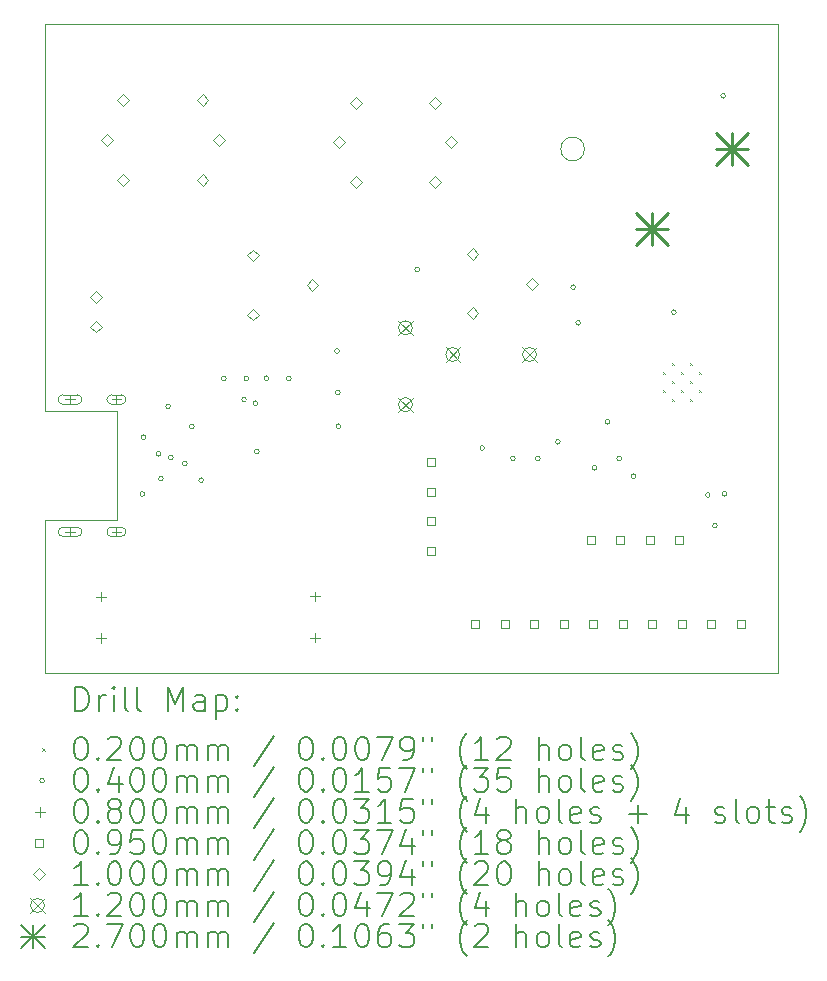
<source format=gbr>
%TF.GenerationSoftware,KiCad,Pcbnew,7.0.10-7.0.10~ubuntu22.04.1*%
%TF.CreationDate,2024-01-09T15:42:07+03:00*%
%TF.ProjectId,air-detector,6169722d-6465-4746-9563-746f722e6b69,rev?*%
%TF.SameCoordinates,Original*%
%TF.FileFunction,Drillmap*%
%TF.FilePolarity,Positive*%
%FSLAX45Y45*%
G04 Gerber Fmt 4.5, Leading zero omitted, Abs format (unit mm)*
G04 Created by KiCad (PCBNEW 7.0.10-7.0.10~ubuntu22.04.1) date 2024-01-09 15:42:07*
%MOMM*%
%LPD*%
G01*
G04 APERTURE LIST*
%ADD10C,0.100000*%
%ADD11C,0.120000*%
%ADD12C,0.200000*%
%ADD13C,0.270000*%
G04 APERTURE END LIST*
D10*
X22700000Y-3700000D02*
X22700000Y-9200000D01*
X16500000Y-3700000D02*
X16500000Y-6820900D01*
X16500000Y-3700000D02*
X22700000Y-3700000D01*
X16500000Y-9200000D02*
X22700000Y-9200000D01*
X16500000Y-8080900D02*
X16500000Y-9200000D01*
D11*
X21065000Y-4760000D02*
G75*
G03*
X20865000Y-4760000I-100000J0D01*
G01*
X20865000Y-4760000D02*
G75*
G03*
X21065000Y-4760000I100000J0D01*
G01*
X17110000Y-6980900D02*
X16500000Y-6980900D01*
X16500000Y-6980900D02*
X16500000Y-6820900D01*
X17110000Y-7900900D02*
X17110000Y-6980900D01*
X16500000Y-7900900D02*
X17110000Y-7900900D01*
X16500000Y-8080900D02*
X16500000Y-7900900D01*
D12*
D10*
X21728500Y-6645750D02*
X21748500Y-6665750D01*
X21748500Y-6645750D02*
X21728500Y-6665750D01*
X21728500Y-6798250D02*
X21748500Y-6818250D01*
X21748500Y-6798250D02*
X21728500Y-6818250D01*
X21804750Y-6569500D02*
X21824750Y-6589500D01*
X21824750Y-6569500D02*
X21804750Y-6589500D01*
X21804750Y-6722000D02*
X21824750Y-6742000D01*
X21824750Y-6722000D02*
X21804750Y-6742000D01*
X21804750Y-6874500D02*
X21824750Y-6894500D01*
X21824750Y-6874500D02*
X21804750Y-6894500D01*
X21881000Y-6645750D02*
X21901000Y-6665750D01*
X21901000Y-6645750D02*
X21881000Y-6665750D01*
X21881000Y-6798250D02*
X21901000Y-6818250D01*
X21901000Y-6798250D02*
X21881000Y-6818250D01*
X21957250Y-6569500D02*
X21977250Y-6589500D01*
X21977250Y-6569500D02*
X21957250Y-6589500D01*
X21957250Y-6722000D02*
X21977250Y-6742000D01*
X21977250Y-6722000D02*
X21957250Y-6742000D01*
X21957250Y-6874500D02*
X21977250Y-6894500D01*
X21977250Y-6874500D02*
X21957250Y-6894500D01*
X22033500Y-6645750D02*
X22053500Y-6665750D01*
X22053500Y-6645750D02*
X22033500Y-6665750D01*
X22033500Y-6798250D02*
X22053500Y-6818250D01*
X22053500Y-6798250D02*
X22033500Y-6818250D01*
X17342400Y-7681600D02*
G75*
G03*
X17302400Y-7681600I-20000J0D01*
G01*
X17302400Y-7681600D02*
G75*
G03*
X17342400Y-7681600I20000J0D01*
G01*
X17352400Y-7201600D02*
G75*
G03*
X17312400Y-7201600I-20000J0D01*
G01*
X17312400Y-7201600D02*
G75*
G03*
X17352400Y-7201600I20000J0D01*
G01*
X17480000Y-7341600D02*
G75*
G03*
X17440000Y-7341600I-20000J0D01*
G01*
X17440000Y-7341600D02*
G75*
G03*
X17480000Y-7341600I20000J0D01*
G01*
X17500000Y-7551600D02*
G75*
G03*
X17460000Y-7551600I-20000J0D01*
G01*
X17460000Y-7551600D02*
G75*
G03*
X17500000Y-7551600I20000J0D01*
G01*
X17560000Y-6940000D02*
G75*
G03*
X17520000Y-6940000I-20000J0D01*
G01*
X17520000Y-6940000D02*
G75*
G03*
X17560000Y-6940000I20000J0D01*
G01*
X17582400Y-7371600D02*
G75*
G03*
X17542400Y-7371600I-20000J0D01*
G01*
X17542400Y-7371600D02*
G75*
G03*
X17582400Y-7371600I20000J0D01*
G01*
X17702400Y-7421600D02*
G75*
G03*
X17662400Y-7421600I-20000J0D01*
G01*
X17662400Y-7421600D02*
G75*
G03*
X17702400Y-7421600I20000J0D01*
G01*
X17760000Y-7110000D02*
G75*
G03*
X17720000Y-7110000I-20000J0D01*
G01*
X17720000Y-7110000D02*
G75*
G03*
X17760000Y-7110000I20000J0D01*
G01*
X17840000Y-7564100D02*
G75*
G03*
X17800000Y-7564100I-20000J0D01*
G01*
X17800000Y-7564100D02*
G75*
G03*
X17840000Y-7564100I20000J0D01*
G01*
X18032400Y-6701600D02*
G75*
G03*
X17992400Y-6701600I-20000J0D01*
G01*
X17992400Y-6701600D02*
G75*
G03*
X18032400Y-6701600I20000J0D01*
G01*
X18203290Y-6881594D02*
G75*
G03*
X18163290Y-6881594I-20000J0D01*
G01*
X18163290Y-6881594D02*
G75*
G03*
X18203290Y-6881594I20000J0D01*
G01*
X18222400Y-6701600D02*
G75*
G03*
X18182400Y-6701600I-20000J0D01*
G01*
X18182400Y-6701600D02*
G75*
G03*
X18222400Y-6701600I20000J0D01*
G01*
X18298630Y-6911600D02*
G75*
G03*
X18258630Y-6911600I-20000J0D01*
G01*
X18258630Y-6911600D02*
G75*
G03*
X18298630Y-6911600I20000J0D01*
G01*
X18312400Y-7321600D02*
G75*
G03*
X18272400Y-7321600I-20000J0D01*
G01*
X18272400Y-7321600D02*
G75*
G03*
X18312400Y-7321600I20000J0D01*
G01*
X18392400Y-6701600D02*
G75*
G03*
X18352400Y-6701600I-20000J0D01*
G01*
X18352400Y-6701600D02*
G75*
G03*
X18392400Y-6701600I20000J0D01*
G01*
X18582400Y-6701600D02*
G75*
G03*
X18542400Y-6701600I-20000J0D01*
G01*
X18542400Y-6701600D02*
G75*
G03*
X18582400Y-6701600I20000J0D01*
G01*
X18989900Y-6471600D02*
G75*
G03*
X18949900Y-6471600I-20000J0D01*
G01*
X18949900Y-6471600D02*
G75*
G03*
X18989900Y-6471600I20000J0D01*
G01*
X18997500Y-6820000D02*
G75*
G03*
X18957500Y-6820000I-20000J0D01*
G01*
X18957500Y-6820000D02*
G75*
G03*
X18997500Y-6820000I20000J0D01*
G01*
X19001653Y-7107347D02*
G75*
G03*
X18961653Y-7107347I-20000J0D01*
G01*
X18961653Y-7107347D02*
G75*
G03*
X19001653Y-7107347I20000J0D01*
G01*
X19670000Y-5780000D02*
G75*
G03*
X19630000Y-5780000I-20000J0D01*
G01*
X19630000Y-5780000D02*
G75*
G03*
X19670000Y-5780000I20000J0D01*
G01*
X20220000Y-7291600D02*
G75*
G03*
X20180000Y-7291600I-20000J0D01*
G01*
X20180000Y-7291600D02*
G75*
G03*
X20220000Y-7291600I20000J0D01*
G01*
X20480000Y-7380000D02*
G75*
G03*
X20440000Y-7380000I-20000J0D01*
G01*
X20440000Y-7380000D02*
G75*
G03*
X20480000Y-7380000I20000J0D01*
G01*
X20690000Y-7380000D02*
G75*
G03*
X20650000Y-7380000I-20000J0D01*
G01*
X20650000Y-7380000D02*
G75*
G03*
X20690000Y-7380000I20000J0D01*
G01*
X20860000Y-7240000D02*
G75*
G03*
X20820000Y-7240000I-20000J0D01*
G01*
X20820000Y-7240000D02*
G75*
G03*
X20860000Y-7240000I20000J0D01*
G01*
X20990000Y-5930000D02*
G75*
G03*
X20950000Y-5930000I-20000J0D01*
G01*
X20950000Y-5930000D02*
G75*
G03*
X20990000Y-5930000I20000J0D01*
G01*
X21032400Y-6231600D02*
G75*
G03*
X20992400Y-6231600I-20000J0D01*
G01*
X20992400Y-6231600D02*
G75*
G03*
X21032400Y-6231600I20000J0D01*
G01*
X21170000Y-7460000D02*
G75*
G03*
X21130000Y-7460000I-20000J0D01*
G01*
X21130000Y-7460000D02*
G75*
G03*
X21170000Y-7460000I20000J0D01*
G01*
X21280000Y-7070000D02*
G75*
G03*
X21240000Y-7070000I-20000J0D01*
G01*
X21240000Y-7070000D02*
G75*
G03*
X21280000Y-7070000I20000J0D01*
G01*
X21380000Y-7380000D02*
G75*
G03*
X21340000Y-7380000I-20000J0D01*
G01*
X21340000Y-7380000D02*
G75*
G03*
X21380000Y-7380000I20000J0D01*
G01*
X21500000Y-7529950D02*
G75*
G03*
X21460000Y-7529950I-20000J0D01*
G01*
X21460000Y-7529950D02*
G75*
G03*
X21500000Y-7529950I20000J0D01*
G01*
X21842400Y-6141600D02*
G75*
G03*
X21802400Y-6141600I-20000J0D01*
G01*
X21802400Y-6141600D02*
G75*
G03*
X21842400Y-6141600I20000J0D01*
G01*
X22130000Y-7690000D02*
G75*
G03*
X22090000Y-7690000I-20000J0D01*
G01*
X22090000Y-7690000D02*
G75*
G03*
X22130000Y-7690000I20000J0D01*
G01*
X22190000Y-7950000D02*
G75*
G03*
X22150000Y-7950000I-20000J0D01*
G01*
X22150000Y-7950000D02*
G75*
G03*
X22190000Y-7950000I20000J0D01*
G01*
X22260000Y-4310000D02*
G75*
G03*
X22220000Y-4310000I-20000J0D01*
G01*
X22220000Y-4310000D02*
G75*
G03*
X22260000Y-4310000I20000J0D01*
G01*
X22270000Y-7680000D02*
G75*
G03*
X22230000Y-7680000I-20000J0D01*
G01*
X22230000Y-7680000D02*
G75*
G03*
X22270000Y-7680000I20000J0D01*
G01*
X16710000Y-6840900D02*
X16710000Y-6920900D01*
X16670000Y-6880900D02*
X16750000Y-6880900D01*
X16650000Y-6920900D02*
X16770000Y-6920900D01*
X16770000Y-6920900D02*
G75*
G03*
X16770000Y-6840900I0J40000D01*
G01*
X16770000Y-6840900D02*
X16650000Y-6840900D01*
X16650000Y-6840900D02*
G75*
G03*
X16650000Y-6920900I0J-40000D01*
G01*
X16710000Y-7960900D02*
X16710000Y-8040900D01*
X16670000Y-8000900D02*
X16750000Y-8000900D01*
X16650000Y-8040900D02*
X16770000Y-8040900D01*
X16770000Y-8040900D02*
G75*
G03*
X16770000Y-7960900I0J40000D01*
G01*
X16770000Y-7960900D02*
X16650000Y-7960900D01*
X16650000Y-7960900D02*
G75*
G03*
X16650000Y-8040900I0J-40000D01*
G01*
X16972400Y-8510000D02*
X16972400Y-8590000D01*
X16932400Y-8550000D02*
X17012400Y-8550000D01*
X16972400Y-8860000D02*
X16972400Y-8940000D01*
X16932400Y-8900000D02*
X17012400Y-8900000D01*
X17102500Y-6840900D02*
X17102500Y-6920900D01*
X17062500Y-6880900D02*
X17142500Y-6880900D01*
X17062500Y-6920900D02*
X17142500Y-6920900D01*
X17142500Y-6920900D02*
G75*
G03*
X17142500Y-6840900I0J40000D01*
G01*
X17142500Y-6840900D02*
X17062500Y-6840900D01*
X17062500Y-6840900D02*
G75*
G03*
X17062500Y-6920900I0J-40000D01*
G01*
X17102500Y-7960900D02*
X17102500Y-8040900D01*
X17062500Y-8000900D02*
X17142500Y-8000900D01*
X17062500Y-8040900D02*
X17142500Y-8040900D01*
X17142500Y-8040900D02*
G75*
G03*
X17142500Y-7960900I0J40000D01*
G01*
X17142500Y-7960900D02*
X17062500Y-7960900D01*
X17062500Y-7960900D02*
G75*
G03*
X17062500Y-8040900I0J-40000D01*
G01*
X18782400Y-8506865D02*
X18782400Y-8586865D01*
X18742400Y-8546865D02*
X18822400Y-8546865D01*
X18782400Y-8856865D02*
X18782400Y-8936865D01*
X18742400Y-8896865D02*
X18822400Y-8896865D01*
X19798488Y-7445188D02*
X19798488Y-7378012D01*
X19731312Y-7378012D01*
X19731312Y-7445188D01*
X19798488Y-7445188D01*
X19798488Y-7695188D02*
X19798488Y-7628012D01*
X19731312Y-7628012D01*
X19731312Y-7695188D01*
X19798488Y-7695188D01*
X19798488Y-7945188D02*
X19798488Y-7878012D01*
X19731312Y-7878012D01*
X19731312Y-7945188D01*
X19798488Y-7945188D01*
X19798488Y-8195188D02*
X19798488Y-8128012D01*
X19731312Y-8128012D01*
X19731312Y-8195188D01*
X19798488Y-8195188D01*
X20173588Y-8813588D02*
X20173588Y-8746412D01*
X20106412Y-8746412D01*
X20106412Y-8813588D01*
X20173588Y-8813588D01*
X20423588Y-8813588D02*
X20423588Y-8746412D01*
X20356412Y-8746412D01*
X20356412Y-8813588D01*
X20423588Y-8813588D01*
X20673588Y-8813588D02*
X20673588Y-8746412D01*
X20606412Y-8746412D01*
X20606412Y-8813588D01*
X20673588Y-8813588D01*
X20923588Y-8813588D02*
X20923588Y-8746412D01*
X20856412Y-8746412D01*
X20856412Y-8813588D01*
X20923588Y-8813588D01*
X21150988Y-8107688D02*
X21150988Y-8040512D01*
X21083812Y-8040512D01*
X21083812Y-8107688D01*
X21150988Y-8107688D01*
X21173588Y-8813588D02*
X21173588Y-8746412D01*
X21106412Y-8746412D01*
X21106412Y-8813588D01*
X21173588Y-8813588D01*
X21400988Y-8107688D02*
X21400988Y-8040512D01*
X21333812Y-8040512D01*
X21333812Y-8107688D01*
X21400988Y-8107688D01*
X21423588Y-8813588D02*
X21423588Y-8746412D01*
X21356412Y-8746412D01*
X21356412Y-8813588D01*
X21423588Y-8813588D01*
X21650988Y-8107688D02*
X21650988Y-8040512D01*
X21583812Y-8040512D01*
X21583812Y-8107688D01*
X21650988Y-8107688D01*
X21673588Y-8813588D02*
X21673588Y-8746412D01*
X21606412Y-8746412D01*
X21606412Y-8813588D01*
X21673588Y-8813588D01*
X21900988Y-8107688D02*
X21900988Y-8040512D01*
X21833812Y-8040512D01*
X21833812Y-8107688D01*
X21900988Y-8107688D01*
X21923588Y-8813588D02*
X21923588Y-8746412D01*
X21856412Y-8746412D01*
X21856412Y-8813588D01*
X21923588Y-8813588D01*
X22173588Y-8813588D02*
X22173588Y-8746412D01*
X22106412Y-8746412D01*
X22106412Y-8813588D01*
X22173588Y-8813588D01*
X22423588Y-8813588D02*
X22423588Y-8746412D01*
X22356412Y-8746412D01*
X22356412Y-8813588D01*
X22423588Y-8813588D01*
X16932060Y-6063420D02*
X16982060Y-6013420D01*
X16932060Y-5963420D01*
X16882060Y-6013420D01*
X16932060Y-6063420D01*
X16932060Y-6313420D02*
X16982060Y-6263420D01*
X16932060Y-6213420D01*
X16882060Y-6263420D01*
X16932060Y-6313420D01*
X17021000Y-4734000D02*
X17071000Y-4684000D01*
X17021000Y-4634000D01*
X16971000Y-4684000D01*
X17021000Y-4734000D01*
X17160000Y-4398000D02*
X17210000Y-4348000D01*
X17160000Y-4298000D01*
X17110000Y-4348000D01*
X17160000Y-4398000D01*
X17160000Y-5070000D02*
X17210000Y-5020000D01*
X17160000Y-4970000D01*
X17110000Y-5020000D01*
X17160000Y-5070000D01*
X17832000Y-4398000D02*
X17882000Y-4348000D01*
X17832000Y-4298000D01*
X17782000Y-4348000D01*
X17832000Y-4398000D01*
X17832000Y-5070000D02*
X17882000Y-5020000D01*
X17832000Y-4970000D01*
X17782000Y-5020000D01*
X17832000Y-5070000D01*
X17971000Y-4734000D02*
X18021000Y-4684000D01*
X17971000Y-4634000D01*
X17921000Y-4684000D01*
X17971000Y-4734000D01*
X18262540Y-5711820D02*
X18312540Y-5661820D01*
X18262540Y-5611820D01*
X18212540Y-5661820D01*
X18262540Y-5711820D01*
X18262540Y-6211820D02*
X18312540Y-6161820D01*
X18262540Y-6111820D01*
X18212540Y-6161820D01*
X18262540Y-6211820D01*
X18762540Y-5961820D02*
X18812540Y-5911820D01*
X18762540Y-5861820D01*
X18712540Y-5911820D01*
X18762540Y-5961820D01*
X18989000Y-4754000D02*
X19039000Y-4704000D01*
X18989000Y-4654000D01*
X18939000Y-4704000D01*
X18989000Y-4754000D01*
X19128000Y-4418000D02*
X19178000Y-4368000D01*
X19128000Y-4318000D01*
X19078000Y-4368000D01*
X19128000Y-4418000D01*
X19128000Y-5090000D02*
X19178000Y-5040000D01*
X19128000Y-4990000D01*
X19078000Y-5040000D01*
X19128000Y-5090000D01*
X19800000Y-4418000D02*
X19850000Y-4368000D01*
X19800000Y-4318000D01*
X19750000Y-4368000D01*
X19800000Y-4418000D01*
X19800000Y-5090000D02*
X19850000Y-5040000D01*
X19800000Y-4990000D01*
X19750000Y-5040000D01*
X19800000Y-5090000D01*
X19939000Y-4754000D02*
X19989000Y-4704000D01*
X19939000Y-4654000D01*
X19889000Y-4704000D01*
X19939000Y-4754000D01*
X20118400Y-5701600D02*
X20168400Y-5651600D01*
X20118400Y-5601600D01*
X20068400Y-5651600D01*
X20118400Y-5701600D01*
X20118400Y-6201600D02*
X20168400Y-6151600D01*
X20118400Y-6101600D01*
X20068400Y-6151600D01*
X20118400Y-6201600D01*
X20618400Y-5951600D02*
X20668400Y-5901600D01*
X20618400Y-5851600D01*
X20568400Y-5901600D01*
X20618400Y-5951600D01*
D11*
X19490000Y-6215000D02*
X19610000Y-6335000D01*
X19610000Y-6215000D02*
X19490000Y-6335000D01*
X19610000Y-6275000D02*
G75*
G03*
X19490000Y-6275000I-60000J0D01*
G01*
X19490000Y-6275000D02*
G75*
G03*
X19610000Y-6275000I60000J0D01*
G01*
X19490000Y-6865000D02*
X19610000Y-6985000D01*
X19610000Y-6865000D02*
X19490000Y-6985000D01*
X19610000Y-6925000D02*
G75*
G03*
X19490000Y-6925000I-60000J0D01*
G01*
X19490000Y-6925000D02*
G75*
G03*
X19610000Y-6925000I60000J0D01*
G01*
X19890000Y-6440000D02*
X20010000Y-6560000D01*
X20010000Y-6440000D02*
X19890000Y-6560000D01*
X20010000Y-6500000D02*
G75*
G03*
X19890000Y-6500000I-60000J0D01*
G01*
X19890000Y-6500000D02*
G75*
G03*
X20010000Y-6500000I60000J0D01*
G01*
X20540000Y-6440000D02*
X20660000Y-6560000D01*
X20660000Y-6440000D02*
X20540000Y-6560000D01*
X20660000Y-6500000D02*
G75*
G03*
X20540000Y-6500000I-60000J0D01*
G01*
X20540000Y-6500000D02*
G75*
G03*
X20660000Y-6500000I60000J0D01*
G01*
D13*
X21505000Y-5300000D02*
X21775000Y-5570000D01*
X21775000Y-5300000D02*
X21505000Y-5570000D01*
X21640000Y-5300000D02*
X21640000Y-5570000D01*
X21505000Y-5435000D02*
X21775000Y-5435000D01*
X22180000Y-4625000D02*
X22450000Y-4895000D01*
X22450000Y-4625000D02*
X22180000Y-4895000D01*
X22315000Y-4625000D02*
X22315000Y-4895000D01*
X22180000Y-4760000D02*
X22450000Y-4760000D01*
D12*
X16754777Y-9516484D02*
X16754777Y-9316484D01*
X16754777Y-9316484D02*
X16802396Y-9316484D01*
X16802396Y-9316484D02*
X16830967Y-9326008D01*
X16830967Y-9326008D02*
X16850015Y-9345055D01*
X16850015Y-9345055D02*
X16859539Y-9364103D01*
X16859539Y-9364103D02*
X16869063Y-9402198D01*
X16869063Y-9402198D02*
X16869063Y-9430770D01*
X16869063Y-9430770D02*
X16859539Y-9468865D01*
X16859539Y-9468865D02*
X16850015Y-9487912D01*
X16850015Y-9487912D02*
X16830967Y-9506960D01*
X16830967Y-9506960D02*
X16802396Y-9516484D01*
X16802396Y-9516484D02*
X16754777Y-9516484D01*
X16954777Y-9516484D02*
X16954777Y-9383150D01*
X16954777Y-9421246D02*
X16964301Y-9402198D01*
X16964301Y-9402198D02*
X16973824Y-9392674D01*
X16973824Y-9392674D02*
X16992872Y-9383150D01*
X16992872Y-9383150D02*
X17011920Y-9383150D01*
X17078586Y-9516484D02*
X17078586Y-9383150D01*
X17078586Y-9316484D02*
X17069063Y-9326008D01*
X17069063Y-9326008D02*
X17078586Y-9335531D01*
X17078586Y-9335531D02*
X17088110Y-9326008D01*
X17088110Y-9326008D02*
X17078586Y-9316484D01*
X17078586Y-9316484D02*
X17078586Y-9335531D01*
X17202396Y-9516484D02*
X17183348Y-9506960D01*
X17183348Y-9506960D02*
X17173824Y-9487912D01*
X17173824Y-9487912D02*
X17173824Y-9316484D01*
X17307158Y-9516484D02*
X17288110Y-9506960D01*
X17288110Y-9506960D02*
X17278586Y-9487912D01*
X17278586Y-9487912D02*
X17278586Y-9316484D01*
X17535729Y-9516484D02*
X17535729Y-9316484D01*
X17535729Y-9316484D02*
X17602396Y-9459341D01*
X17602396Y-9459341D02*
X17669063Y-9316484D01*
X17669063Y-9316484D02*
X17669063Y-9516484D01*
X17850015Y-9516484D02*
X17850015Y-9411722D01*
X17850015Y-9411722D02*
X17840491Y-9392674D01*
X17840491Y-9392674D02*
X17821444Y-9383150D01*
X17821444Y-9383150D02*
X17783348Y-9383150D01*
X17783348Y-9383150D02*
X17764301Y-9392674D01*
X17850015Y-9506960D02*
X17830967Y-9516484D01*
X17830967Y-9516484D02*
X17783348Y-9516484D01*
X17783348Y-9516484D02*
X17764301Y-9506960D01*
X17764301Y-9506960D02*
X17754777Y-9487912D01*
X17754777Y-9487912D02*
X17754777Y-9468865D01*
X17754777Y-9468865D02*
X17764301Y-9449817D01*
X17764301Y-9449817D02*
X17783348Y-9440293D01*
X17783348Y-9440293D02*
X17830967Y-9440293D01*
X17830967Y-9440293D02*
X17850015Y-9430770D01*
X17945253Y-9383150D02*
X17945253Y-9583150D01*
X17945253Y-9392674D02*
X17964301Y-9383150D01*
X17964301Y-9383150D02*
X18002396Y-9383150D01*
X18002396Y-9383150D02*
X18021444Y-9392674D01*
X18021444Y-9392674D02*
X18030967Y-9402198D01*
X18030967Y-9402198D02*
X18040491Y-9421246D01*
X18040491Y-9421246D02*
X18040491Y-9478389D01*
X18040491Y-9478389D02*
X18030967Y-9497436D01*
X18030967Y-9497436D02*
X18021444Y-9506960D01*
X18021444Y-9506960D02*
X18002396Y-9516484D01*
X18002396Y-9516484D02*
X17964301Y-9516484D01*
X17964301Y-9516484D02*
X17945253Y-9506960D01*
X18126205Y-9497436D02*
X18135729Y-9506960D01*
X18135729Y-9506960D02*
X18126205Y-9516484D01*
X18126205Y-9516484D02*
X18116682Y-9506960D01*
X18116682Y-9506960D02*
X18126205Y-9497436D01*
X18126205Y-9497436D02*
X18126205Y-9516484D01*
X18126205Y-9392674D02*
X18135729Y-9402198D01*
X18135729Y-9402198D02*
X18126205Y-9411722D01*
X18126205Y-9411722D02*
X18116682Y-9402198D01*
X18116682Y-9402198D02*
X18126205Y-9392674D01*
X18126205Y-9392674D02*
X18126205Y-9411722D01*
D10*
X16474000Y-9835000D02*
X16494000Y-9855000D01*
X16494000Y-9835000D02*
X16474000Y-9855000D01*
D12*
X16792872Y-9736484D02*
X16811920Y-9736484D01*
X16811920Y-9736484D02*
X16830967Y-9746008D01*
X16830967Y-9746008D02*
X16840491Y-9755531D01*
X16840491Y-9755531D02*
X16850015Y-9774579D01*
X16850015Y-9774579D02*
X16859539Y-9812674D01*
X16859539Y-9812674D02*
X16859539Y-9860293D01*
X16859539Y-9860293D02*
X16850015Y-9898389D01*
X16850015Y-9898389D02*
X16840491Y-9917436D01*
X16840491Y-9917436D02*
X16830967Y-9926960D01*
X16830967Y-9926960D02*
X16811920Y-9936484D01*
X16811920Y-9936484D02*
X16792872Y-9936484D01*
X16792872Y-9936484D02*
X16773824Y-9926960D01*
X16773824Y-9926960D02*
X16764301Y-9917436D01*
X16764301Y-9917436D02*
X16754777Y-9898389D01*
X16754777Y-9898389D02*
X16745253Y-9860293D01*
X16745253Y-9860293D02*
X16745253Y-9812674D01*
X16745253Y-9812674D02*
X16754777Y-9774579D01*
X16754777Y-9774579D02*
X16764301Y-9755531D01*
X16764301Y-9755531D02*
X16773824Y-9746008D01*
X16773824Y-9746008D02*
X16792872Y-9736484D01*
X16945253Y-9917436D02*
X16954777Y-9926960D01*
X16954777Y-9926960D02*
X16945253Y-9936484D01*
X16945253Y-9936484D02*
X16935729Y-9926960D01*
X16935729Y-9926960D02*
X16945253Y-9917436D01*
X16945253Y-9917436D02*
X16945253Y-9936484D01*
X17030967Y-9755531D02*
X17040491Y-9746008D01*
X17040491Y-9746008D02*
X17059539Y-9736484D01*
X17059539Y-9736484D02*
X17107158Y-9736484D01*
X17107158Y-9736484D02*
X17126205Y-9746008D01*
X17126205Y-9746008D02*
X17135729Y-9755531D01*
X17135729Y-9755531D02*
X17145253Y-9774579D01*
X17145253Y-9774579D02*
X17145253Y-9793627D01*
X17145253Y-9793627D02*
X17135729Y-9822198D01*
X17135729Y-9822198D02*
X17021444Y-9936484D01*
X17021444Y-9936484D02*
X17145253Y-9936484D01*
X17269063Y-9736484D02*
X17288110Y-9736484D01*
X17288110Y-9736484D02*
X17307158Y-9746008D01*
X17307158Y-9746008D02*
X17316682Y-9755531D01*
X17316682Y-9755531D02*
X17326205Y-9774579D01*
X17326205Y-9774579D02*
X17335729Y-9812674D01*
X17335729Y-9812674D02*
X17335729Y-9860293D01*
X17335729Y-9860293D02*
X17326205Y-9898389D01*
X17326205Y-9898389D02*
X17316682Y-9917436D01*
X17316682Y-9917436D02*
X17307158Y-9926960D01*
X17307158Y-9926960D02*
X17288110Y-9936484D01*
X17288110Y-9936484D02*
X17269063Y-9936484D01*
X17269063Y-9936484D02*
X17250015Y-9926960D01*
X17250015Y-9926960D02*
X17240491Y-9917436D01*
X17240491Y-9917436D02*
X17230967Y-9898389D01*
X17230967Y-9898389D02*
X17221444Y-9860293D01*
X17221444Y-9860293D02*
X17221444Y-9812674D01*
X17221444Y-9812674D02*
X17230967Y-9774579D01*
X17230967Y-9774579D02*
X17240491Y-9755531D01*
X17240491Y-9755531D02*
X17250015Y-9746008D01*
X17250015Y-9746008D02*
X17269063Y-9736484D01*
X17459539Y-9736484D02*
X17478586Y-9736484D01*
X17478586Y-9736484D02*
X17497634Y-9746008D01*
X17497634Y-9746008D02*
X17507158Y-9755531D01*
X17507158Y-9755531D02*
X17516682Y-9774579D01*
X17516682Y-9774579D02*
X17526205Y-9812674D01*
X17526205Y-9812674D02*
X17526205Y-9860293D01*
X17526205Y-9860293D02*
X17516682Y-9898389D01*
X17516682Y-9898389D02*
X17507158Y-9917436D01*
X17507158Y-9917436D02*
X17497634Y-9926960D01*
X17497634Y-9926960D02*
X17478586Y-9936484D01*
X17478586Y-9936484D02*
X17459539Y-9936484D01*
X17459539Y-9936484D02*
X17440491Y-9926960D01*
X17440491Y-9926960D02*
X17430967Y-9917436D01*
X17430967Y-9917436D02*
X17421444Y-9898389D01*
X17421444Y-9898389D02*
X17411920Y-9860293D01*
X17411920Y-9860293D02*
X17411920Y-9812674D01*
X17411920Y-9812674D02*
X17421444Y-9774579D01*
X17421444Y-9774579D02*
X17430967Y-9755531D01*
X17430967Y-9755531D02*
X17440491Y-9746008D01*
X17440491Y-9746008D02*
X17459539Y-9736484D01*
X17611920Y-9936484D02*
X17611920Y-9803150D01*
X17611920Y-9822198D02*
X17621444Y-9812674D01*
X17621444Y-9812674D02*
X17640491Y-9803150D01*
X17640491Y-9803150D02*
X17669063Y-9803150D01*
X17669063Y-9803150D02*
X17688110Y-9812674D01*
X17688110Y-9812674D02*
X17697634Y-9831722D01*
X17697634Y-9831722D02*
X17697634Y-9936484D01*
X17697634Y-9831722D02*
X17707158Y-9812674D01*
X17707158Y-9812674D02*
X17726205Y-9803150D01*
X17726205Y-9803150D02*
X17754777Y-9803150D01*
X17754777Y-9803150D02*
X17773825Y-9812674D01*
X17773825Y-9812674D02*
X17783348Y-9831722D01*
X17783348Y-9831722D02*
X17783348Y-9936484D01*
X17878586Y-9936484D02*
X17878586Y-9803150D01*
X17878586Y-9822198D02*
X17888110Y-9812674D01*
X17888110Y-9812674D02*
X17907158Y-9803150D01*
X17907158Y-9803150D02*
X17935729Y-9803150D01*
X17935729Y-9803150D02*
X17954777Y-9812674D01*
X17954777Y-9812674D02*
X17964301Y-9831722D01*
X17964301Y-9831722D02*
X17964301Y-9936484D01*
X17964301Y-9831722D02*
X17973825Y-9812674D01*
X17973825Y-9812674D02*
X17992872Y-9803150D01*
X17992872Y-9803150D02*
X18021444Y-9803150D01*
X18021444Y-9803150D02*
X18040491Y-9812674D01*
X18040491Y-9812674D02*
X18050015Y-9831722D01*
X18050015Y-9831722D02*
X18050015Y-9936484D01*
X18440491Y-9726960D02*
X18269063Y-9984103D01*
X18697634Y-9736484D02*
X18716682Y-9736484D01*
X18716682Y-9736484D02*
X18735729Y-9746008D01*
X18735729Y-9746008D02*
X18745253Y-9755531D01*
X18745253Y-9755531D02*
X18754777Y-9774579D01*
X18754777Y-9774579D02*
X18764301Y-9812674D01*
X18764301Y-9812674D02*
X18764301Y-9860293D01*
X18764301Y-9860293D02*
X18754777Y-9898389D01*
X18754777Y-9898389D02*
X18745253Y-9917436D01*
X18745253Y-9917436D02*
X18735729Y-9926960D01*
X18735729Y-9926960D02*
X18716682Y-9936484D01*
X18716682Y-9936484D02*
X18697634Y-9936484D01*
X18697634Y-9936484D02*
X18678587Y-9926960D01*
X18678587Y-9926960D02*
X18669063Y-9917436D01*
X18669063Y-9917436D02*
X18659539Y-9898389D01*
X18659539Y-9898389D02*
X18650015Y-9860293D01*
X18650015Y-9860293D02*
X18650015Y-9812674D01*
X18650015Y-9812674D02*
X18659539Y-9774579D01*
X18659539Y-9774579D02*
X18669063Y-9755531D01*
X18669063Y-9755531D02*
X18678587Y-9746008D01*
X18678587Y-9746008D02*
X18697634Y-9736484D01*
X18850015Y-9917436D02*
X18859539Y-9926960D01*
X18859539Y-9926960D02*
X18850015Y-9936484D01*
X18850015Y-9936484D02*
X18840491Y-9926960D01*
X18840491Y-9926960D02*
X18850015Y-9917436D01*
X18850015Y-9917436D02*
X18850015Y-9936484D01*
X18983348Y-9736484D02*
X19002396Y-9736484D01*
X19002396Y-9736484D02*
X19021444Y-9746008D01*
X19021444Y-9746008D02*
X19030968Y-9755531D01*
X19030968Y-9755531D02*
X19040491Y-9774579D01*
X19040491Y-9774579D02*
X19050015Y-9812674D01*
X19050015Y-9812674D02*
X19050015Y-9860293D01*
X19050015Y-9860293D02*
X19040491Y-9898389D01*
X19040491Y-9898389D02*
X19030968Y-9917436D01*
X19030968Y-9917436D02*
X19021444Y-9926960D01*
X19021444Y-9926960D02*
X19002396Y-9936484D01*
X19002396Y-9936484D02*
X18983348Y-9936484D01*
X18983348Y-9936484D02*
X18964301Y-9926960D01*
X18964301Y-9926960D02*
X18954777Y-9917436D01*
X18954777Y-9917436D02*
X18945253Y-9898389D01*
X18945253Y-9898389D02*
X18935729Y-9860293D01*
X18935729Y-9860293D02*
X18935729Y-9812674D01*
X18935729Y-9812674D02*
X18945253Y-9774579D01*
X18945253Y-9774579D02*
X18954777Y-9755531D01*
X18954777Y-9755531D02*
X18964301Y-9746008D01*
X18964301Y-9746008D02*
X18983348Y-9736484D01*
X19173825Y-9736484D02*
X19192872Y-9736484D01*
X19192872Y-9736484D02*
X19211920Y-9746008D01*
X19211920Y-9746008D02*
X19221444Y-9755531D01*
X19221444Y-9755531D02*
X19230968Y-9774579D01*
X19230968Y-9774579D02*
X19240491Y-9812674D01*
X19240491Y-9812674D02*
X19240491Y-9860293D01*
X19240491Y-9860293D02*
X19230968Y-9898389D01*
X19230968Y-9898389D02*
X19221444Y-9917436D01*
X19221444Y-9917436D02*
X19211920Y-9926960D01*
X19211920Y-9926960D02*
X19192872Y-9936484D01*
X19192872Y-9936484D02*
X19173825Y-9936484D01*
X19173825Y-9936484D02*
X19154777Y-9926960D01*
X19154777Y-9926960D02*
X19145253Y-9917436D01*
X19145253Y-9917436D02*
X19135729Y-9898389D01*
X19135729Y-9898389D02*
X19126206Y-9860293D01*
X19126206Y-9860293D02*
X19126206Y-9812674D01*
X19126206Y-9812674D02*
X19135729Y-9774579D01*
X19135729Y-9774579D02*
X19145253Y-9755531D01*
X19145253Y-9755531D02*
X19154777Y-9746008D01*
X19154777Y-9746008D02*
X19173825Y-9736484D01*
X19307158Y-9736484D02*
X19440491Y-9736484D01*
X19440491Y-9736484D02*
X19354777Y-9936484D01*
X19526206Y-9936484D02*
X19564301Y-9936484D01*
X19564301Y-9936484D02*
X19583349Y-9926960D01*
X19583349Y-9926960D02*
X19592872Y-9917436D01*
X19592872Y-9917436D02*
X19611920Y-9888865D01*
X19611920Y-9888865D02*
X19621444Y-9850770D01*
X19621444Y-9850770D02*
X19621444Y-9774579D01*
X19621444Y-9774579D02*
X19611920Y-9755531D01*
X19611920Y-9755531D02*
X19602396Y-9746008D01*
X19602396Y-9746008D02*
X19583349Y-9736484D01*
X19583349Y-9736484D02*
X19545253Y-9736484D01*
X19545253Y-9736484D02*
X19526206Y-9746008D01*
X19526206Y-9746008D02*
X19516682Y-9755531D01*
X19516682Y-9755531D02*
X19507158Y-9774579D01*
X19507158Y-9774579D02*
X19507158Y-9822198D01*
X19507158Y-9822198D02*
X19516682Y-9841246D01*
X19516682Y-9841246D02*
X19526206Y-9850770D01*
X19526206Y-9850770D02*
X19545253Y-9860293D01*
X19545253Y-9860293D02*
X19583349Y-9860293D01*
X19583349Y-9860293D02*
X19602396Y-9850770D01*
X19602396Y-9850770D02*
X19611920Y-9841246D01*
X19611920Y-9841246D02*
X19621444Y-9822198D01*
X19697634Y-9736484D02*
X19697634Y-9774579D01*
X19773825Y-9736484D02*
X19773825Y-9774579D01*
X20069063Y-10012674D02*
X20059539Y-10003150D01*
X20059539Y-10003150D02*
X20040491Y-9974579D01*
X20040491Y-9974579D02*
X20030968Y-9955531D01*
X20030968Y-9955531D02*
X20021444Y-9926960D01*
X20021444Y-9926960D02*
X20011920Y-9879341D01*
X20011920Y-9879341D02*
X20011920Y-9841246D01*
X20011920Y-9841246D02*
X20021444Y-9793627D01*
X20021444Y-9793627D02*
X20030968Y-9765055D01*
X20030968Y-9765055D02*
X20040491Y-9746008D01*
X20040491Y-9746008D02*
X20059539Y-9717436D01*
X20059539Y-9717436D02*
X20069063Y-9707912D01*
X20250015Y-9936484D02*
X20135730Y-9936484D01*
X20192872Y-9936484D02*
X20192872Y-9736484D01*
X20192872Y-9736484D02*
X20173825Y-9765055D01*
X20173825Y-9765055D02*
X20154777Y-9784103D01*
X20154777Y-9784103D02*
X20135730Y-9793627D01*
X20326206Y-9755531D02*
X20335730Y-9746008D01*
X20335730Y-9746008D02*
X20354777Y-9736484D01*
X20354777Y-9736484D02*
X20402396Y-9736484D01*
X20402396Y-9736484D02*
X20421444Y-9746008D01*
X20421444Y-9746008D02*
X20430968Y-9755531D01*
X20430968Y-9755531D02*
X20440491Y-9774579D01*
X20440491Y-9774579D02*
X20440491Y-9793627D01*
X20440491Y-9793627D02*
X20430968Y-9822198D01*
X20430968Y-9822198D02*
X20316682Y-9936484D01*
X20316682Y-9936484D02*
X20440491Y-9936484D01*
X20678587Y-9936484D02*
X20678587Y-9736484D01*
X20764301Y-9936484D02*
X20764301Y-9831722D01*
X20764301Y-9831722D02*
X20754777Y-9812674D01*
X20754777Y-9812674D02*
X20735730Y-9803150D01*
X20735730Y-9803150D02*
X20707158Y-9803150D01*
X20707158Y-9803150D02*
X20688111Y-9812674D01*
X20688111Y-9812674D02*
X20678587Y-9822198D01*
X20888111Y-9936484D02*
X20869063Y-9926960D01*
X20869063Y-9926960D02*
X20859539Y-9917436D01*
X20859539Y-9917436D02*
X20850015Y-9898389D01*
X20850015Y-9898389D02*
X20850015Y-9841246D01*
X20850015Y-9841246D02*
X20859539Y-9822198D01*
X20859539Y-9822198D02*
X20869063Y-9812674D01*
X20869063Y-9812674D02*
X20888111Y-9803150D01*
X20888111Y-9803150D02*
X20916682Y-9803150D01*
X20916682Y-9803150D02*
X20935730Y-9812674D01*
X20935730Y-9812674D02*
X20945253Y-9822198D01*
X20945253Y-9822198D02*
X20954777Y-9841246D01*
X20954777Y-9841246D02*
X20954777Y-9898389D01*
X20954777Y-9898389D02*
X20945253Y-9917436D01*
X20945253Y-9917436D02*
X20935730Y-9926960D01*
X20935730Y-9926960D02*
X20916682Y-9936484D01*
X20916682Y-9936484D02*
X20888111Y-9936484D01*
X21069063Y-9936484D02*
X21050015Y-9926960D01*
X21050015Y-9926960D02*
X21040492Y-9907912D01*
X21040492Y-9907912D02*
X21040492Y-9736484D01*
X21221444Y-9926960D02*
X21202396Y-9936484D01*
X21202396Y-9936484D02*
X21164301Y-9936484D01*
X21164301Y-9936484D02*
X21145253Y-9926960D01*
X21145253Y-9926960D02*
X21135730Y-9907912D01*
X21135730Y-9907912D02*
X21135730Y-9831722D01*
X21135730Y-9831722D02*
X21145253Y-9812674D01*
X21145253Y-9812674D02*
X21164301Y-9803150D01*
X21164301Y-9803150D02*
X21202396Y-9803150D01*
X21202396Y-9803150D02*
X21221444Y-9812674D01*
X21221444Y-9812674D02*
X21230968Y-9831722D01*
X21230968Y-9831722D02*
X21230968Y-9850770D01*
X21230968Y-9850770D02*
X21135730Y-9869817D01*
X21307158Y-9926960D02*
X21326206Y-9936484D01*
X21326206Y-9936484D02*
X21364301Y-9936484D01*
X21364301Y-9936484D02*
X21383349Y-9926960D01*
X21383349Y-9926960D02*
X21392873Y-9907912D01*
X21392873Y-9907912D02*
X21392873Y-9898389D01*
X21392873Y-9898389D02*
X21383349Y-9879341D01*
X21383349Y-9879341D02*
X21364301Y-9869817D01*
X21364301Y-9869817D02*
X21335730Y-9869817D01*
X21335730Y-9869817D02*
X21316682Y-9860293D01*
X21316682Y-9860293D02*
X21307158Y-9841246D01*
X21307158Y-9841246D02*
X21307158Y-9831722D01*
X21307158Y-9831722D02*
X21316682Y-9812674D01*
X21316682Y-9812674D02*
X21335730Y-9803150D01*
X21335730Y-9803150D02*
X21364301Y-9803150D01*
X21364301Y-9803150D02*
X21383349Y-9812674D01*
X21459539Y-10012674D02*
X21469063Y-10003150D01*
X21469063Y-10003150D02*
X21488111Y-9974579D01*
X21488111Y-9974579D02*
X21497634Y-9955531D01*
X21497634Y-9955531D02*
X21507158Y-9926960D01*
X21507158Y-9926960D02*
X21516682Y-9879341D01*
X21516682Y-9879341D02*
X21516682Y-9841246D01*
X21516682Y-9841246D02*
X21507158Y-9793627D01*
X21507158Y-9793627D02*
X21497634Y-9765055D01*
X21497634Y-9765055D02*
X21488111Y-9746008D01*
X21488111Y-9746008D02*
X21469063Y-9717436D01*
X21469063Y-9717436D02*
X21459539Y-9707912D01*
D10*
X16494000Y-10109000D02*
G75*
G03*
X16454000Y-10109000I-20000J0D01*
G01*
X16454000Y-10109000D02*
G75*
G03*
X16494000Y-10109000I20000J0D01*
G01*
D12*
X16792872Y-10000484D02*
X16811920Y-10000484D01*
X16811920Y-10000484D02*
X16830967Y-10010008D01*
X16830967Y-10010008D02*
X16840491Y-10019531D01*
X16840491Y-10019531D02*
X16850015Y-10038579D01*
X16850015Y-10038579D02*
X16859539Y-10076674D01*
X16859539Y-10076674D02*
X16859539Y-10124293D01*
X16859539Y-10124293D02*
X16850015Y-10162389D01*
X16850015Y-10162389D02*
X16840491Y-10181436D01*
X16840491Y-10181436D02*
X16830967Y-10190960D01*
X16830967Y-10190960D02*
X16811920Y-10200484D01*
X16811920Y-10200484D02*
X16792872Y-10200484D01*
X16792872Y-10200484D02*
X16773824Y-10190960D01*
X16773824Y-10190960D02*
X16764301Y-10181436D01*
X16764301Y-10181436D02*
X16754777Y-10162389D01*
X16754777Y-10162389D02*
X16745253Y-10124293D01*
X16745253Y-10124293D02*
X16745253Y-10076674D01*
X16745253Y-10076674D02*
X16754777Y-10038579D01*
X16754777Y-10038579D02*
X16764301Y-10019531D01*
X16764301Y-10019531D02*
X16773824Y-10010008D01*
X16773824Y-10010008D02*
X16792872Y-10000484D01*
X16945253Y-10181436D02*
X16954777Y-10190960D01*
X16954777Y-10190960D02*
X16945253Y-10200484D01*
X16945253Y-10200484D02*
X16935729Y-10190960D01*
X16935729Y-10190960D02*
X16945253Y-10181436D01*
X16945253Y-10181436D02*
X16945253Y-10200484D01*
X17126205Y-10067150D02*
X17126205Y-10200484D01*
X17078586Y-9990960D02*
X17030967Y-10133817D01*
X17030967Y-10133817D02*
X17154777Y-10133817D01*
X17269063Y-10000484D02*
X17288110Y-10000484D01*
X17288110Y-10000484D02*
X17307158Y-10010008D01*
X17307158Y-10010008D02*
X17316682Y-10019531D01*
X17316682Y-10019531D02*
X17326205Y-10038579D01*
X17326205Y-10038579D02*
X17335729Y-10076674D01*
X17335729Y-10076674D02*
X17335729Y-10124293D01*
X17335729Y-10124293D02*
X17326205Y-10162389D01*
X17326205Y-10162389D02*
X17316682Y-10181436D01*
X17316682Y-10181436D02*
X17307158Y-10190960D01*
X17307158Y-10190960D02*
X17288110Y-10200484D01*
X17288110Y-10200484D02*
X17269063Y-10200484D01*
X17269063Y-10200484D02*
X17250015Y-10190960D01*
X17250015Y-10190960D02*
X17240491Y-10181436D01*
X17240491Y-10181436D02*
X17230967Y-10162389D01*
X17230967Y-10162389D02*
X17221444Y-10124293D01*
X17221444Y-10124293D02*
X17221444Y-10076674D01*
X17221444Y-10076674D02*
X17230967Y-10038579D01*
X17230967Y-10038579D02*
X17240491Y-10019531D01*
X17240491Y-10019531D02*
X17250015Y-10010008D01*
X17250015Y-10010008D02*
X17269063Y-10000484D01*
X17459539Y-10000484D02*
X17478586Y-10000484D01*
X17478586Y-10000484D02*
X17497634Y-10010008D01*
X17497634Y-10010008D02*
X17507158Y-10019531D01*
X17507158Y-10019531D02*
X17516682Y-10038579D01*
X17516682Y-10038579D02*
X17526205Y-10076674D01*
X17526205Y-10076674D02*
X17526205Y-10124293D01*
X17526205Y-10124293D02*
X17516682Y-10162389D01*
X17516682Y-10162389D02*
X17507158Y-10181436D01*
X17507158Y-10181436D02*
X17497634Y-10190960D01*
X17497634Y-10190960D02*
X17478586Y-10200484D01*
X17478586Y-10200484D02*
X17459539Y-10200484D01*
X17459539Y-10200484D02*
X17440491Y-10190960D01*
X17440491Y-10190960D02*
X17430967Y-10181436D01*
X17430967Y-10181436D02*
X17421444Y-10162389D01*
X17421444Y-10162389D02*
X17411920Y-10124293D01*
X17411920Y-10124293D02*
X17411920Y-10076674D01*
X17411920Y-10076674D02*
X17421444Y-10038579D01*
X17421444Y-10038579D02*
X17430967Y-10019531D01*
X17430967Y-10019531D02*
X17440491Y-10010008D01*
X17440491Y-10010008D02*
X17459539Y-10000484D01*
X17611920Y-10200484D02*
X17611920Y-10067150D01*
X17611920Y-10086198D02*
X17621444Y-10076674D01*
X17621444Y-10076674D02*
X17640491Y-10067150D01*
X17640491Y-10067150D02*
X17669063Y-10067150D01*
X17669063Y-10067150D02*
X17688110Y-10076674D01*
X17688110Y-10076674D02*
X17697634Y-10095722D01*
X17697634Y-10095722D02*
X17697634Y-10200484D01*
X17697634Y-10095722D02*
X17707158Y-10076674D01*
X17707158Y-10076674D02*
X17726205Y-10067150D01*
X17726205Y-10067150D02*
X17754777Y-10067150D01*
X17754777Y-10067150D02*
X17773825Y-10076674D01*
X17773825Y-10076674D02*
X17783348Y-10095722D01*
X17783348Y-10095722D02*
X17783348Y-10200484D01*
X17878586Y-10200484D02*
X17878586Y-10067150D01*
X17878586Y-10086198D02*
X17888110Y-10076674D01*
X17888110Y-10076674D02*
X17907158Y-10067150D01*
X17907158Y-10067150D02*
X17935729Y-10067150D01*
X17935729Y-10067150D02*
X17954777Y-10076674D01*
X17954777Y-10076674D02*
X17964301Y-10095722D01*
X17964301Y-10095722D02*
X17964301Y-10200484D01*
X17964301Y-10095722D02*
X17973825Y-10076674D01*
X17973825Y-10076674D02*
X17992872Y-10067150D01*
X17992872Y-10067150D02*
X18021444Y-10067150D01*
X18021444Y-10067150D02*
X18040491Y-10076674D01*
X18040491Y-10076674D02*
X18050015Y-10095722D01*
X18050015Y-10095722D02*
X18050015Y-10200484D01*
X18440491Y-9990960D02*
X18269063Y-10248103D01*
X18697634Y-10000484D02*
X18716682Y-10000484D01*
X18716682Y-10000484D02*
X18735729Y-10010008D01*
X18735729Y-10010008D02*
X18745253Y-10019531D01*
X18745253Y-10019531D02*
X18754777Y-10038579D01*
X18754777Y-10038579D02*
X18764301Y-10076674D01*
X18764301Y-10076674D02*
X18764301Y-10124293D01*
X18764301Y-10124293D02*
X18754777Y-10162389D01*
X18754777Y-10162389D02*
X18745253Y-10181436D01*
X18745253Y-10181436D02*
X18735729Y-10190960D01*
X18735729Y-10190960D02*
X18716682Y-10200484D01*
X18716682Y-10200484D02*
X18697634Y-10200484D01*
X18697634Y-10200484D02*
X18678587Y-10190960D01*
X18678587Y-10190960D02*
X18669063Y-10181436D01*
X18669063Y-10181436D02*
X18659539Y-10162389D01*
X18659539Y-10162389D02*
X18650015Y-10124293D01*
X18650015Y-10124293D02*
X18650015Y-10076674D01*
X18650015Y-10076674D02*
X18659539Y-10038579D01*
X18659539Y-10038579D02*
X18669063Y-10019531D01*
X18669063Y-10019531D02*
X18678587Y-10010008D01*
X18678587Y-10010008D02*
X18697634Y-10000484D01*
X18850015Y-10181436D02*
X18859539Y-10190960D01*
X18859539Y-10190960D02*
X18850015Y-10200484D01*
X18850015Y-10200484D02*
X18840491Y-10190960D01*
X18840491Y-10190960D02*
X18850015Y-10181436D01*
X18850015Y-10181436D02*
X18850015Y-10200484D01*
X18983348Y-10000484D02*
X19002396Y-10000484D01*
X19002396Y-10000484D02*
X19021444Y-10010008D01*
X19021444Y-10010008D02*
X19030968Y-10019531D01*
X19030968Y-10019531D02*
X19040491Y-10038579D01*
X19040491Y-10038579D02*
X19050015Y-10076674D01*
X19050015Y-10076674D02*
X19050015Y-10124293D01*
X19050015Y-10124293D02*
X19040491Y-10162389D01*
X19040491Y-10162389D02*
X19030968Y-10181436D01*
X19030968Y-10181436D02*
X19021444Y-10190960D01*
X19021444Y-10190960D02*
X19002396Y-10200484D01*
X19002396Y-10200484D02*
X18983348Y-10200484D01*
X18983348Y-10200484D02*
X18964301Y-10190960D01*
X18964301Y-10190960D02*
X18954777Y-10181436D01*
X18954777Y-10181436D02*
X18945253Y-10162389D01*
X18945253Y-10162389D02*
X18935729Y-10124293D01*
X18935729Y-10124293D02*
X18935729Y-10076674D01*
X18935729Y-10076674D02*
X18945253Y-10038579D01*
X18945253Y-10038579D02*
X18954777Y-10019531D01*
X18954777Y-10019531D02*
X18964301Y-10010008D01*
X18964301Y-10010008D02*
X18983348Y-10000484D01*
X19240491Y-10200484D02*
X19126206Y-10200484D01*
X19183348Y-10200484D02*
X19183348Y-10000484D01*
X19183348Y-10000484D02*
X19164301Y-10029055D01*
X19164301Y-10029055D02*
X19145253Y-10048103D01*
X19145253Y-10048103D02*
X19126206Y-10057627D01*
X19421444Y-10000484D02*
X19326206Y-10000484D01*
X19326206Y-10000484D02*
X19316682Y-10095722D01*
X19316682Y-10095722D02*
X19326206Y-10086198D01*
X19326206Y-10086198D02*
X19345253Y-10076674D01*
X19345253Y-10076674D02*
X19392872Y-10076674D01*
X19392872Y-10076674D02*
X19411920Y-10086198D01*
X19411920Y-10086198D02*
X19421444Y-10095722D01*
X19421444Y-10095722D02*
X19430968Y-10114770D01*
X19430968Y-10114770D02*
X19430968Y-10162389D01*
X19430968Y-10162389D02*
X19421444Y-10181436D01*
X19421444Y-10181436D02*
X19411920Y-10190960D01*
X19411920Y-10190960D02*
X19392872Y-10200484D01*
X19392872Y-10200484D02*
X19345253Y-10200484D01*
X19345253Y-10200484D02*
X19326206Y-10190960D01*
X19326206Y-10190960D02*
X19316682Y-10181436D01*
X19497634Y-10000484D02*
X19630968Y-10000484D01*
X19630968Y-10000484D02*
X19545253Y-10200484D01*
X19697634Y-10000484D02*
X19697634Y-10038579D01*
X19773825Y-10000484D02*
X19773825Y-10038579D01*
X20069063Y-10276674D02*
X20059539Y-10267150D01*
X20059539Y-10267150D02*
X20040491Y-10238579D01*
X20040491Y-10238579D02*
X20030968Y-10219531D01*
X20030968Y-10219531D02*
X20021444Y-10190960D01*
X20021444Y-10190960D02*
X20011920Y-10143341D01*
X20011920Y-10143341D02*
X20011920Y-10105246D01*
X20011920Y-10105246D02*
X20021444Y-10057627D01*
X20021444Y-10057627D02*
X20030968Y-10029055D01*
X20030968Y-10029055D02*
X20040491Y-10010008D01*
X20040491Y-10010008D02*
X20059539Y-9981436D01*
X20059539Y-9981436D02*
X20069063Y-9971912D01*
X20126206Y-10000484D02*
X20250015Y-10000484D01*
X20250015Y-10000484D02*
X20183349Y-10076674D01*
X20183349Y-10076674D02*
X20211920Y-10076674D01*
X20211920Y-10076674D02*
X20230968Y-10086198D01*
X20230968Y-10086198D02*
X20240491Y-10095722D01*
X20240491Y-10095722D02*
X20250015Y-10114770D01*
X20250015Y-10114770D02*
X20250015Y-10162389D01*
X20250015Y-10162389D02*
X20240491Y-10181436D01*
X20240491Y-10181436D02*
X20230968Y-10190960D01*
X20230968Y-10190960D02*
X20211920Y-10200484D01*
X20211920Y-10200484D02*
X20154777Y-10200484D01*
X20154777Y-10200484D02*
X20135730Y-10190960D01*
X20135730Y-10190960D02*
X20126206Y-10181436D01*
X20430968Y-10000484D02*
X20335730Y-10000484D01*
X20335730Y-10000484D02*
X20326206Y-10095722D01*
X20326206Y-10095722D02*
X20335730Y-10086198D01*
X20335730Y-10086198D02*
X20354777Y-10076674D01*
X20354777Y-10076674D02*
X20402396Y-10076674D01*
X20402396Y-10076674D02*
X20421444Y-10086198D01*
X20421444Y-10086198D02*
X20430968Y-10095722D01*
X20430968Y-10095722D02*
X20440491Y-10114770D01*
X20440491Y-10114770D02*
X20440491Y-10162389D01*
X20440491Y-10162389D02*
X20430968Y-10181436D01*
X20430968Y-10181436D02*
X20421444Y-10190960D01*
X20421444Y-10190960D02*
X20402396Y-10200484D01*
X20402396Y-10200484D02*
X20354777Y-10200484D01*
X20354777Y-10200484D02*
X20335730Y-10190960D01*
X20335730Y-10190960D02*
X20326206Y-10181436D01*
X20678587Y-10200484D02*
X20678587Y-10000484D01*
X20764301Y-10200484D02*
X20764301Y-10095722D01*
X20764301Y-10095722D02*
X20754777Y-10076674D01*
X20754777Y-10076674D02*
X20735730Y-10067150D01*
X20735730Y-10067150D02*
X20707158Y-10067150D01*
X20707158Y-10067150D02*
X20688111Y-10076674D01*
X20688111Y-10076674D02*
X20678587Y-10086198D01*
X20888111Y-10200484D02*
X20869063Y-10190960D01*
X20869063Y-10190960D02*
X20859539Y-10181436D01*
X20859539Y-10181436D02*
X20850015Y-10162389D01*
X20850015Y-10162389D02*
X20850015Y-10105246D01*
X20850015Y-10105246D02*
X20859539Y-10086198D01*
X20859539Y-10086198D02*
X20869063Y-10076674D01*
X20869063Y-10076674D02*
X20888111Y-10067150D01*
X20888111Y-10067150D02*
X20916682Y-10067150D01*
X20916682Y-10067150D02*
X20935730Y-10076674D01*
X20935730Y-10076674D02*
X20945253Y-10086198D01*
X20945253Y-10086198D02*
X20954777Y-10105246D01*
X20954777Y-10105246D02*
X20954777Y-10162389D01*
X20954777Y-10162389D02*
X20945253Y-10181436D01*
X20945253Y-10181436D02*
X20935730Y-10190960D01*
X20935730Y-10190960D02*
X20916682Y-10200484D01*
X20916682Y-10200484D02*
X20888111Y-10200484D01*
X21069063Y-10200484D02*
X21050015Y-10190960D01*
X21050015Y-10190960D02*
X21040492Y-10171912D01*
X21040492Y-10171912D02*
X21040492Y-10000484D01*
X21221444Y-10190960D02*
X21202396Y-10200484D01*
X21202396Y-10200484D02*
X21164301Y-10200484D01*
X21164301Y-10200484D02*
X21145253Y-10190960D01*
X21145253Y-10190960D02*
X21135730Y-10171912D01*
X21135730Y-10171912D02*
X21135730Y-10095722D01*
X21135730Y-10095722D02*
X21145253Y-10076674D01*
X21145253Y-10076674D02*
X21164301Y-10067150D01*
X21164301Y-10067150D02*
X21202396Y-10067150D01*
X21202396Y-10067150D02*
X21221444Y-10076674D01*
X21221444Y-10076674D02*
X21230968Y-10095722D01*
X21230968Y-10095722D02*
X21230968Y-10114770D01*
X21230968Y-10114770D02*
X21135730Y-10133817D01*
X21307158Y-10190960D02*
X21326206Y-10200484D01*
X21326206Y-10200484D02*
X21364301Y-10200484D01*
X21364301Y-10200484D02*
X21383349Y-10190960D01*
X21383349Y-10190960D02*
X21392873Y-10171912D01*
X21392873Y-10171912D02*
X21392873Y-10162389D01*
X21392873Y-10162389D02*
X21383349Y-10143341D01*
X21383349Y-10143341D02*
X21364301Y-10133817D01*
X21364301Y-10133817D02*
X21335730Y-10133817D01*
X21335730Y-10133817D02*
X21316682Y-10124293D01*
X21316682Y-10124293D02*
X21307158Y-10105246D01*
X21307158Y-10105246D02*
X21307158Y-10095722D01*
X21307158Y-10095722D02*
X21316682Y-10076674D01*
X21316682Y-10076674D02*
X21335730Y-10067150D01*
X21335730Y-10067150D02*
X21364301Y-10067150D01*
X21364301Y-10067150D02*
X21383349Y-10076674D01*
X21459539Y-10276674D02*
X21469063Y-10267150D01*
X21469063Y-10267150D02*
X21488111Y-10238579D01*
X21488111Y-10238579D02*
X21497634Y-10219531D01*
X21497634Y-10219531D02*
X21507158Y-10190960D01*
X21507158Y-10190960D02*
X21516682Y-10143341D01*
X21516682Y-10143341D02*
X21516682Y-10105246D01*
X21516682Y-10105246D02*
X21507158Y-10057627D01*
X21507158Y-10057627D02*
X21497634Y-10029055D01*
X21497634Y-10029055D02*
X21488111Y-10010008D01*
X21488111Y-10010008D02*
X21469063Y-9981436D01*
X21469063Y-9981436D02*
X21459539Y-9971912D01*
D10*
X16454000Y-10333000D02*
X16454000Y-10413000D01*
X16414000Y-10373000D02*
X16494000Y-10373000D01*
D12*
X16792872Y-10264484D02*
X16811920Y-10264484D01*
X16811920Y-10264484D02*
X16830967Y-10274008D01*
X16830967Y-10274008D02*
X16840491Y-10283531D01*
X16840491Y-10283531D02*
X16850015Y-10302579D01*
X16850015Y-10302579D02*
X16859539Y-10340674D01*
X16859539Y-10340674D02*
X16859539Y-10388293D01*
X16859539Y-10388293D02*
X16850015Y-10426389D01*
X16850015Y-10426389D02*
X16840491Y-10445436D01*
X16840491Y-10445436D02*
X16830967Y-10454960D01*
X16830967Y-10454960D02*
X16811920Y-10464484D01*
X16811920Y-10464484D02*
X16792872Y-10464484D01*
X16792872Y-10464484D02*
X16773824Y-10454960D01*
X16773824Y-10454960D02*
X16764301Y-10445436D01*
X16764301Y-10445436D02*
X16754777Y-10426389D01*
X16754777Y-10426389D02*
X16745253Y-10388293D01*
X16745253Y-10388293D02*
X16745253Y-10340674D01*
X16745253Y-10340674D02*
X16754777Y-10302579D01*
X16754777Y-10302579D02*
X16764301Y-10283531D01*
X16764301Y-10283531D02*
X16773824Y-10274008D01*
X16773824Y-10274008D02*
X16792872Y-10264484D01*
X16945253Y-10445436D02*
X16954777Y-10454960D01*
X16954777Y-10454960D02*
X16945253Y-10464484D01*
X16945253Y-10464484D02*
X16935729Y-10454960D01*
X16935729Y-10454960D02*
X16945253Y-10445436D01*
X16945253Y-10445436D02*
X16945253Y-10464484D01*
X17069063Y-10350198D02*
X17050015Y-10340674D01*
X17050015Y-10340674D02*
X17040491Y-10331150D01*
X17040491Y-10331150D02*
X17030967Y-10312103D01*
X17030967Y-10312103D02*
X17030967Y-10302579D01*
X17030967Y-10302579D02*
X17040491Y-10283531D01*
X17040491Y-10283531D02*
X17050015Y-10274008D01*
X17050015Y-10274008D02*
X17069063Y-10264484D01*
X17069063Y-10264484D02*
X17107158Y-10264484D01*
X17107158Y-10264484D02*
X17126205Y-10274008D01*
X17126205Y-10274008D02*
X17135729Y-10283531D01*
X17135729Y-10283531D02*
X17145253Y-10302579D01*
X17145253Y-10302579D02*
X17145253Y-10312103D01*
X17145253Y-10312103D02*
X17135729Y-10331150D01*
X17135729Y-10331150D02*
X17126205Y-10340674D01*
X17126205Y-10340674D02*
X17107158Y-10350198D01*
X17107158Y-10350198D02*
X17069063Y-10350198D01*
X17069063Y-10350198D02*
X17050015Y-10359722D01*
X17050015Y-10359722D02*
X17040491Y-10369246D01*
X17040491Y-10369246D02*
X17030967Y-10388293D01*
X17030967Y-10388293D02*
X17030967Y-10426389D01*
X17030967Y-10426389D02*
X17040491Y-10445436D01*
X17040491Y-10445436D02*
X17050015Y-10454960D01*
X17050015Y-10454960D02*
X17069063Y-10464484D01*
X17069063Y-10464484D02*
X17107158Y-10464484D01*
X17107158Y-10464484D02*
X17126205Y-10454960D01*
X17126205Y-10454960D02*
X17135729Y-10445436D01*
X17135729Y-10445436D02*
X17145253Y-10426389D01*
X17145253Y-10426389D02*
X17145253Y-10388293D01*
X17145253Y-10388293D02*
X17135729Y-10369246D01*
X17135729Y-10369246D02*
X17126205Y-10359722D01*
X17126205Y-10359722D02*
X17107158Y-10350198D01*
X17269063Y-10264484D02*
X17288110Y-10264484D01*
X17288110Y-10264484D02*
X17307158Y-10274008D01*
X17307158Y-10274008D02*
X17316682Y-10283531D01*
X17316682Y-10283531D02*
X17326205Y-10302579D01*
X17326205Y-10302579D02*
X17335729Y-10340674D01*
X17335729Y-10340674D02*
X17335729Y-10388293D01*
X17335729Y-10388293D02*
X17326205Y-10426389D01*
X17326205Y-10426389D02*
X17316682Y-10445436D01*
X17316682Y-10445436D02*
X17307158Y-10454960D01*
X17307158Y-10454960D02*
X17288110Y-10464484D01*
X17288110Y-10464484D02*
X17269063Y-10464484D01*
X17269063Y-10464484D02*
X17250015Y-10454960D01*
X17250015Y-10454960D02*
X17240491Y-10445436D01*
X17240491Y-10445436D02*
X17230967Y-10426389D01*
X17230967Y-10426389D02*
X17221444Y-10388293D01*
X17221444Y-10388293D02*
X17221444Y-10340674D01*
X17221444Y-10340674D02*
X17230967Y-10302579D01*
X17230967Y-10302579D02*
X17240491Y-10283531D01*
X17240491Y-10283531D02*
X17250015Y-10274008D01*
X17250015Y-10274008D02*
X17269063Y-10264484D01*
X17459539Y-10264484D02*
X17478586Y-10264484D01*
X17478586Y-10264484D02*
X17497634Y-10274008D01*
X17497634Y-10274008D02*
X17507158Y-10283531D01*
X17507158Y-10283531D02*
X17516682Y-10302579D01*
X17516682Y-10302579D02*
X17526205Y-10340674D01*
X17526205Y-10340674D02*
X17526205Y-10388293D01*
X17526205Y-10388293D02*
X17516682Y-10426389D01*
X17516682Y-10426389D02*
X17507158Y-10445436D01*
X17507158Y-10445436D02*
X17497634Y-10454960D01*
X17497634Y-10454960D02*
X17478586Y-10464484D01*
X17478586Y-10464484D02*
X17459539Y-10464484D01*
X17459539Y-10464484D02*
X17440491Y-10454960D01*
X17440491Y-10454960D02*
X17430967Y-10445436D01*
X17430967Y-10445436D02*
X17421444Y-10426389D01*
X17421444Y-10426389D02*
X17411920Y-10388293D01*
X17411920Y-10388293D02*
X17411920Y-10340674D01*
X17411920Y-10340674D02*
X17421444Y-10302579D01*
X17421444Y-10302579D02*
X17430967Y-10283531D01*
X17430967Y-10283531D02*
X17440491Y-10274008D01*
X17440491Y-10274008D02*
X17459539Y-10264484D01*
X17611920Y-10464484D02*
X17611920Y-10331150D01*
X17611920Y-10350198D02*
X17621444Y-10340674D01*
X17621444Y-10340674D02*
X17640491Y-10331150D01*
X17640491Y-10331150D02*
X17669063Y-10331150D01*
X17669063Y-10331150D02*
X17688110Y-10340674D01*
X17688110Y-10340674D02*
X17697634Y-10359722D01*
X17697634Y-10359722D02*
X17697634Y-10464484D01*
X17697634Y-10359722D02*
X17707158Y-10340674D01*
X17707158Y-10340674D02*
X17726205Y-10331150D01*
X17726205Y-10331150D02*
X17754777Y-10331150D01*
X17754777Y-10331150D02*
X17773825Y-10340674D01*
X17773825Y-10340674D02*
X17783348Y-10359722D01*
X17783348Y-10359722D02*
X17783348Y-10464484D01*
X17878586Y-10464484D02*
X17878586Y-10331150D01*
X17878586Y-10350198D02*
X17888110Y-10340674D01*
X17888110Y-10340674D02*
X17907158Y-10331150D01*
X17907158Y-10331150D02*
X17935729Y-10331150D01*
X17935729Y-10331150D02*
X17954777Y-10340674D01*
X17954777Y-10340674D02*
X17964301Y-10359722D01*
X17964301Y-10359722D02*
X17964301Y-10464484D01*
X17964301Y-10359722D02*
X17973825Y-10340674D01*
X17973825Y-10340674D02*
X17992872Y-10331150D01*
X17992872Y-10331150D02*
X18021444Y-10331150D01*
X18021444Y-10331150D02*
X18040491Y-10340674D01*
X18040491Y-10340674D02*
X18050015Y-10359722D01*
X18050015Y-10359722D02*
X18050015Y-10464484D01*
X18440491Y-10254960D02*
X18269063Y-10512103D01*
X18697634Y-10264484D02*
X18716682Y-10264484D01*
X18716682Y-10264484D02*
X18735729Y-10274008D01*
X18735729Y-10274008D02*
X18745253Y-10283531D01*
X18745253Y-10283531D02*
X18754777Y-10302579D01*
X18754777Y-10302579D02*
X18764301Y-10340674D01*
X18764301Y-10340674D02*
X18764301Y-10388293D01*
X18764301Y-10388293D02*
X18754777Y-10426389D01*
X18754777Y-10426389D02*
X18745253Y-10445436D01*
X18745253Y-10445436D02*
X18735729Y-10454960D01*
X18735729Y-10454960D02*
X18716682Y-10464484D01*
X18716682Y-10464484D02*
X18697634Y-10464484D01*
X18697634Y-10464484D02*
X18678587Y-10454960D01*
X18678587Y-10454960D02*
X18669063Y-10445436D01*
X18669063Y-10445436D02*
X18659539Y-10426389D01*
X18659539Y-10426389D02*
X18650015Y-10388293D01*
X18650015Y-10388293D02*
X18650015Y-10340674D01*
X18650015Y-10340674D02*
X18659539Y-10302579D01*
X18659539Y-10302579D02*
X18669063Y-10283531D01*
X18669063Y-10283531D02*
X18678587Y-10274008D01*
X18678587Y-10274008D02*
X18697634Y-10264484D01*
X18850015Y-10445436D02*
X18859539Y-10454960D01*
X18859539Y-10454960D02*
X18850015Y-10464484D01*
X18850015Y-10464484D02*
X18840491Y-10454960D01*
X18840491Y-10454960D02*
X18850015Y-10445436D01*
X18850015Y-10445436D02*
X18850015Y-10464484D01*
X18983348Y-10264484D02*
X19002396Y-10264484D01*
X19002396Y-10264484D02*
X19021444Y-10274008D01*
X19021444Y-10274008D02*
X19030968Y-10283531D01*
X19030968Y-10283531D02*
X19040491Y-10302579D01*
X19040491Y-10302579D02*
X19050015Y-10340674D01*
X19050015Y-10340674D02*
X19050015Y-10388293D01*
X19050015Y-10388293D02*
X19040491Y-10426389D01*
X19040491Y-10426389D02*
X19030968Y-10445436D01*
X19030968Y-10445436D02*
X19021444Y-10454960D01*
X19021444Y-10454960D02*
X19002396Y-10464484D01*
X19002396Y-10464484D02*
X18983348Y-10464484D01*
X18983348Y-10464484D02*
X18964301Y-10454960D01*
X18964301Y-10454960D02*
X18954777Y-10445436D01*
X18954777Y-10445436D02*
X18945253Y-10426389D01*
X18945253Y-10426389D02*
X18935729Y-10388293D01*
X18935729Y-10388293D02*
X18935729Y-10340674D01*
X18935729Y-10340674D02*
X18945253Y-10302579D01*
X18945253Y-10302579D02*
X18954777Y-10283531D01*
X18954777Y-10283531D02*
X18964301Y-10274008D01*
X18964301Y-10274008D02*
X18983348Y-10264484D01*
X19116682Y-10264484D02*
X19240491Y-10264484D01*
X19240491Y-10264484D02*
X19173825Y-10340674D01*
X19173825Y-10340674D02*
X19202396Y-10340674D01*
X19202396Y-10340674D02*
X19221444Y-10350198D01*
X19221444Y-10350198D02*
X19230968Y-10359722D01*
X19230968Y-10359722D02*
X19240491Y-10378770D01*
X19240491Y-10378770D02*
X19240491Y-10426389D01*
X19240491Y-10426389D02*
X19230968Y-10445436D01*
X19230968Y-10445436D02*
X19221444Y-10454960D01*
X19221444Y-10454960D02*
X19202396Y-10464484D01*
X19202396Y-10464484D02*
X19145253Y-10464484D01*
X19145253Y-10464484D02*
X19126206Y-10454960D01*
X19126206Y-10454960D02*
X19116682Y-10445436D01*
X19430968Y-10464484D02*
X19316682Y-10464484D01*
X19373825Y-10464484D02*
X19373825Y-10264484D01*
X19373825Y-10264484D02*
X19354777Y-10293055D01*
X19354777Y-10293055D02*
X19335729Y-10312103D01*
X19335729Y-10312103D02*
X19316682Y-10321627D01*
X19611920Y-10264484D02*
X19516682Y-10264484D01*
X19516682Y-10264484D02*
X19507158Y-10359722D01*
X19507158Y-10359722D02*
X19516682Y-10350198D01*
X19516682Y-10350198D02*
X19535729Y-10340674D01*
X19535729Y-10340674D02*
X19583349Y-10340674D01*
X19583349Y-10340674D02*
X19602396Y-10350198D01*
X19602396Y-10350198D02*
X19611920Y-10359722D01*
X19611920Y-10359722D02*
X19621444Y-10378770D01*
X19621444Y-10378770D02*
X19621444Y-10426389D01*
X19621444Y-10426389D02*
X19611920Y-10445436D01*
X19611920Y-10445436D02*
X19602396Y-10454960D01*
X19602396Y-10454960D02*
X19583349Y-10464484D01*
X19583349Y-10464484D02*
X19535729Y-10464484D01*
X19535729Y-10464484D02*
X19516682Y-10454960D01*
X19516682Y-10454960D02*
X19507158Y-10445436D01*
X19697634Y-10264484D02*
X19697634Y-10302579D01*
X19773825Y-10264484D02*
X19773825Y-10302579D01*
X20069063Y-10540674D02*
X20059539Y-10531150D01*
X20059539Y-10531150D02*
X20040491Y-10502579D01*
X20040491Y-10502579D02*
X20030968Y-10483531D01*
X20030968Y-10483531D02*
X20021444Y-10454960D01*
X20021444Y-10454960D02*
X20011920Y-10407341D01*
X20011920Y-10407341D02*
X20011920Y-10369246D01*
X20011920Y-10369246D02*
X20021444Y-10321627D01*
X20021444Y-10321627D02*
X20030968Y-10293055D01*
X20030968Y-10293055D02*
X20040491Y-10274008D01*
X20040491Y-10274008D02*
X20059539Y-10245436D01*
X20059539Y-10245436D02*
X20069063Y-10235912D01*
X20230968Y-10331150D02*
X20230968Y-10464484D01*
X20183349Y-10254960D02*
X20135730Y-10397817D01*
X20135730Y-10397817D02*
X20259539Y-10397817D01*
X20488111Y-10464484D02*
X20488111Y-10264484D01*
X20573825Y-10464484D02*
X20573825Y-10359722D01*
X20573825Y-10359722D02*
X20564301Y-10340674D01*
X20564301Y-10340674D02*
X20545253Y-10331150D01*
X20545253Y-10331150D02*
X20516682Y-10331150D01*
X20516682Y-10331150D02*
X20497634Y-10340674D01*
X20497634Y-10340674D02*
X20488111Y-10350198D01*
X20697634Y-10464484D02*
X20678587Y-10454960D01*
X20678587Y-10454960D02*
X20669063Y-10445436D01*
X20669063Y-10445436D02*
X20659539Y-10426389D01*
X20659539Y-10426389D02*
X20659539Y-10369246D01*
X20659539Y-10369246D02*
X20669063Y-10350198D01*
X20669063Y-10350198D02*
X20678587Y-10340674D01*
X20678587Y-10340674D02*
X20697634Y-10331150D01*
X20697634Y-10331150D02*
X20726206Y-10331150D01*
X20726206Y-10331150D02*
X20745253Y-10340674D01*
X20745253Y-10340674D02*
X20754777Y-10350198D01*
X20754777Y-10350198D02*
X20764301Y-10369246D01*
X20764301Y-10369246D02*
X20764301Y-10426389D01*
X20764301Y-10426389D02*
X20754777Y-10445436D01*
X20754777Y-10445436D02*
X20745253Y-10454960D01*
X20745253Y-10454960D02*
X20726206Y-10464484D01*
X20726206Y-10464484D02*
X20697634Y-10464484D01*
X20878587Y-10464484D02*
X20859539Y-10454960D01*
X20859539Y-10454960D02*
X20850015Y-10435912D01*
X20850015Y-10435912D02*
X20850015Y-10264484D01*
X21030968Y-10454960D02*
X21011920Y-10464484D01*
X21011920Y-10464484D02*
X20973825Y-10464484D01*
X20973825Y-10464484D02*
X20954777Y-10454960D01*
X20954777Y-10454960D02*
X20945253Y-10435912D01*
X20945253Y-10435912D02*
X20945253Y-10359722D01*
X20945253Y-10359722D02*
X20954777Y-10340674D01*
X20954777Y-10340674D02*
X20973825Y-10331150D01*
X20973825Y-10331150D02*
X21011920Y-10331150D01*
X21011920Y-10331150D02*
X21030968Y-10340674D01*
X21030968Y-10340674D02*
X21040492Y-10359722D01*
X21040492Y-10359722D02*
X21040492Y-10378770D01*
X21040492Y-10378770D02*
X20945253Y-10397817D01*
X21116682Y-10454960D02*
X21135730Y-10464484D01*
X21135730Y-10464484D02*
X21173825Y-10464484D01*
X21173825Y-10464484D02*
X21192873Y-10454960D01*
X21192873Y-10454960D02*
X21202396Y-10435912D01*
X21202396Y-10435912D02*
X21202396Y-10426389D01*
X21202396Y-10426389D02*
X21192873Y-10407341D01*
X21192873Y-10407341D02*
X21173825Y-10397817D01*
X21173825Y-10397817D02*
X21145253Y-10397817D01*
X21145253Y-10397817D02*
X21126206Y-10388293D01*
X21126206Y-10388293D02*
X21116682Y-10369246D01*
X21116682Y-10369246D02*
X21116682Y-10359722D01*
X21116682Y-10359722D02*
X21126206Y-10340674D01*
X21126206Y-10340674D02*
X21145253Y-10331150D01*
X21145253Y-10331150D02*
X21173825Y-10331150D01*
X21173825Y-10331150D02*
X21192873Y-10340674D01*
X21440492Y-10388293D02*
X21592873Y-10388293D01*
X21516682Y-10464484D02*
X21516682Y-10312103D01*
X21926206Y-10331150D02*
X21926206Y-10464484D01*
X21878587Y-10254960D02*
X21830968Y-10397817D01*
X21830968Y-10397817D02*
X21954777Y-10397817D01*
X22173825Y-10454960D02*
X22192873Y-10464484D01*
X22192873Y-10464484D02*
X22230968Y-10464484D01*
X22230968Y-10464484D02*
X22250016Y-10454960D01*
X22250016Y-10454960D02*
X22259539Y-10435912D01*
X22259539Y-10435912D02*
X22259539Y-10426389D01*
X22259539Y-10426389D02*
X22250016Y-10407341D01*
X22250016Y-10407341D02*
X22230968Y-10397817D01*
X22230968Y-10397817D02*
X22202396Y-10397817D01*
X22202396Y-10397817D02*
X22183349Y-10388293D01*
X22183349Y-10388293D02*
X22173825Y-10369246D01*
X22173825Y-10369246D02*
X22173825Y-10359722D01*
X22173825Y-10359722D02*
X22183349Y-10340674D01*
X22183349Y-10340674D02*
X22202396Y-10331150D01*
X22202396Y-10331150D02*
X22230968Y-10331150D01*
X22230968Y-10331150D02*
X22250016Y-10340674D01*
X22373825Y-10464484D02*
X22354777Y-10454960D01*
X22354777Y-10454960D02*
X22345254Y-10435912D01*
X22345254Y-10435912D02*
X22345254Y-10264484D01*
X22478587Y-10464484D02*
X22459539Y-10454960D01*
X22459539Y-10454960D02*
X22450015Y-10445436D01*
X22450015Y-10445436D02*
X22440492Y-10426389D01*
X22440492Y-10426389D02*
X22440492Y-10369246D01*
X22440492Y-10369246D02*
X22450015Y-10350198D01*
X22450015Y-10350198D02*
X22459539Y-10340674D01*
X22459539Y-10340674D02*
X22478587Y-10331150D01*
X22478587Y-10331150D02*
X22507158Y-10331150D01*
X22507158Y-10331150D02*
X22526206Y-10340674D01*
X22526206Y-10340674D02*
X22535730Y-10350198D01*
X22535730Y-10350198D02*
X22545254Y-10369246D01*
X22545254Y-10369246D02*
X22545254Y-10426389D01*
X22545254Y-10426389D02*
X22535730Y-10445436D01*
X22535730Y-10445436D02*
X22526206Y-10454960D01*
X22526206Y-10454960D02*
X22507158Y-10464484D01*
X22507158Y-10464484D02*
X22478587Y-10464484D01*
X22602396Y-10331150D02*
X22678587Y-10331150D01*
X22630968Y-10264484D02*
X22630968Y-10435912D01*
X22630968Y-10435912D02*
X22640492Y-10454960D01*
X22640492Y-10454960D02*
X22659539Y-10464484D01*
X22659539Y-10464484D02*
X22678587Y-10464484D01*
X22735730Y-10454960D02*
X22754777Y-10464484D01*
X22754777Y-10464484D02*
X22792873Y-10464484D01*
X22792873Y-10464484D02*
X22811920Y-10454960D01*
X22811920Y-10454960D02*
X22821444Y-10435912D01*
X22821444Y-10435912D02*
X22821444Y-10426389D01*
X22821444Y-10426389D02*
X22811920Y-10407341D01*
X22811920Y-10407341D02*
X22792873Y-10397817D01*
X22792873Y-10397817D02*
X22764301Y-10397817D01*
X22764301Y-10397817D02*
X22745254Y-10388293D01*
X22745254Y-10388293D02*
X22735730Y-10369246D01*
X22735730Y-10369246D02*
X22735730Y-10359722D01*
X22735730Y-10359722D02*
X22745254Y-10340674D01*
X22745254Y-10340674D02*
X22764301Y-10331150D01*
X22764301Y-10331150D02*
X22792873Y-10331150D01*
X22792873Y-10331150D02*
X22811920Y-10340674D01*
X22888111Y-10540674D02*
X22897635Y-10531150D01*
X22897635Y-10531150D02*
X22916682Y-10502579D01*
X22916682Y-10502579D02*
X22926206Y-10483531D01*
X22926206Y-10483531D02*
X22935730Y-10454960D01*
X22935730Y-10454960D02*
X22945254Y-10407341D01*
X22945254Y-10407341D02*
X22945254Y-10369246D01*
X22945254Y-10369246D02*
X22935730Y-10321627D01*
X22935730Y-10321627D02*
X22926206Y-10293055D01*
X22926206Y-10293055D02*
X22916682Y-10274008D01*
X22916682Y-10274008D02*
X22897635Y-10245436D01*
X22897635Y-10245436D02*
X22888111Y-10235912D01*
D10*
X16480088Y-10670588D02*
X16480088Y-10603412D01*
X16412912Y-10603412D01*
X16412912Y-10670588D01*
X16480088Y-10670588D01*
D12*
X16792872Y-10528484D02*
X16811920Y-10528484D01*
X16811920Y-10528484D02*
X16830967Y-10538008D01*
X16830967Y-10538008D02*
X16840491Y-10547531D01*
X16840491Y-10547531D02*
X16850015Y-10566579D01*
X16850015Y-10566579D02*
X16859539Y-10604674D01*
X16859539Y-10604674D02*
X16859539Y-10652293D01*
X16859539Y-10652293D02*
X16850015Y-10690389D01*
X16850015Y-10690389D02*
X16840491Y-10709436D01*
X16840491Y-10709436D02*
X16830967Y-10718960D01*
X16830967Y-10718960D02*
X16811920Y-10728484D01*
X16811920Y-10728484D02*
X16792872Y-10728484D01*
X16792872Y-10728484D02*
X16773824Y-10718960D01*
X16773824Y-10718960D02*
X16764301Y-10709436D01*
X16764301Y-10709436D02*
X16754777Y-10690389D01*
X16754777Y-10690389D02*
X16745253Y-10652293D01*
X16745253Y-10652293D02*
X16745253Y-10604674D01*
X16745253Y-10604674D02*
X16754777Y-10566579D01*
X16754777Y-10566579D02*
X16764301Y-10547531D01*
X16764301Y-10547531D02*
X16773824Y-10538008D01*
X16773824Y-10538008D02*
X16792872Y-10528484D01*
X16945253Y-10709436D02*
X16954777Y-10718960D01*
X16954777Y-10718960D02*
X16945253Y-10728484D01*
X16945253Y-10728484D02*
X16935729Y-10718960D01*
X16935729Y-10718960D02*
X16945253Y-10709436D01*
X16945253Y-10709436D02*
X16945253Y-10728484D01*
X17050015Y-10728484D02*
X17088110Y-10728484D01*
X17088110Y-10728484D02*
X17107158Y-10718960D01*
X17107158Y-10718960D02*
X17116682Y-10709436D01*
X17116682Y-10709436D02*
X17135729Y-10680865D01*
X17135729Y-10680865D02*
X17145253Y-10642770D01*
X17145253Y-10642770D02*
X17145253Y-10566579D01*
X17145253Y-10566579D02*
X17135729Y-10547531D01*
X17135729Y-10547531D02*
X17126205Y-10538008D01*
X17126205Y-10538008D02*
X17107158Y-10528484D01*
X17107158Y-10528484D02*
X17069063Y-10528484D01*
X17069063Y-10528484D02*
X17050015Y-10538008D01*
X17050015Y-10538008D02*
X17040491Y-10547531D01*
X17040491Y-10547531D02*
X17030967Y-10566579D01*
X17030967Y-10566579D02*
X17030967Y-10614198D01*
X17030967Y-10614198D02*
X17040491Y-10633246D01*
X17040491Y-10633246D02*
X17050015Y-10642770D01*
X17050015Y-10642770D02*
X17069063Y-10652293D01*
X17069063Y-10652293D02*
X17107158Y-10652293D01*
X17107158Y-10652293D02*
X17126205Y-10642770D01*
X17126205Y-10642770D02*
X17135729Y-10633246D01*
X17135729Y-10633246D02*
X17145253Y-10614198D01*
X17326205Y-10528484D02*
X17230967Y-10528484D01*
X17230967Y-10528484D02*
X17221444Y-10623722D01*
X17221444Y-10623722D02*
X17230967Y-10614198D01*
X17230967Y-10614198D02*
X17250015Y-10604674D01*
X17250015Y-10604674D02*
X17297634Y-10604674D01*
X17297634Y-10604674D02*
X17316682Y-10614198D01*
X17316682Y-10614198D02*
X17326205Y-10623722D01*
X17326205Y-10623722D02*
X17335729Y-10642770D01*
X17335729Y-10642770D02*
X17335729Y-10690389D01*
X17335729Y-10690389D02*
X17326205Y-10709436D01*
X17326205Y-10709436D02*
X17316682Y-10718960D01*
X17316682Y-10718960D02*
X17297634Y-10728484D01*
X17297634Y-10728484D02*
X17250015Y-10728484D01*
X17250015Y-10728484D02*
X17230967Y-10718960D01*
X17230967Y-10718960D02*
X17221444Y-10709436D01*
X17459539Y-10528484D02*
X17478586Y-10528484D01*
X17478586Y-10528484D02*
X17497634Y-10538008D01*
X17497634Y-10538008D02*
X17507158Y-10547531D01*
X17507158Y-10547531D02*
X17516682Y-10566579D01*
X17516682Y-10566579D02*
X17526205Y-10604674D01*
X17526205Y-10604674D02*
X17526205Y-10652293D01*
X17526205Y-10652293D02*
X17516682Y-10690389D01*
X17516682Y-10690389D02*
X17507158Y-10709436D01*
X17507158Y-10709436D02*
X17497634Y-10718960D01*
X17497634Y-10718960D02*
X17478586Y-10728484D01*
X17478586Y-10728484D02*
X17459539Y-10728484D01*
X17459539Y-10728484D02*
X17440491Y-10718960D01*
X17440491Y-10718960D02*
X17430967Y-10709436D01*
X17430967Y-10709436D02*
X17421444Y-10690389D01*
X17421444Y-10690389D02*
X17411920Y-10652293D01*
X17411920Y-10652293D02*
X17411920Y-10604674D01*
X17411920Y-10604674D02*
X17421444Y-10566579D01*
X17421444Y-10566579D02*
X17430967Y-10547531D01*
X17430967Y-10547531D02*
X17440491Y-10538008D01*
X17440491Y-10538008D02*
X17459539Y-10528484D01*
X17611920Y-10728484D02*
X17611920Y-10595150D01*
X17611920Y-10614198D02*
X17621444Y-10604674D01*
X17621444Y-10604674D02*
X17640491Y-10595150D01*
X17640491Y-10595150D02*
X17669063Y-10595150D01*
X17669063Y-10595150D02*
X17688110Y-10604674D01*
X17688110Y-10604674D02*
X17697634Y-10623722D01*
X17697634Y-10623722D02*
X17697634Y-10728484D01*
X17697634Y-10623722D02*
X17707158Y-10604674D01*
X17707158Y-10604674D02*
X17726205Y-10595150D01*
X17726205Y-10595150D02*
X17754777Y-10595150D01*
X17754777Y-10595150D02*
X17773825Y-10604674D01*
X17773825Y-10604674D02*
X17783348Y-10623722D01*
X17783348Y-10623722D02*
X17783348Y-10728484D01*
X17878586Y-10728484D02*
X17878586Y-10595150D01*
X17878586Y-10614198D02*
X17888110Y-10604674D01*
X17888110Y-10604674D02*
X17907158Y-10595150D01*
X17907158Y-10595150D02*
X17935729Y-10595150D01*
X17935729Y-10595150D02*
X17954777Y-10604674D01*
X17954777Y-10604674D02*
X17964301Y-10623722D01*
X17964301Y-10623722D02*
X17964301Y-10728484D01*
X17964301Y-10623722D02*
X17973825Y-10604674D01*
X17973825Y-10604674D02*
X17992872Y-10595150D01*
X17992872Y-10595150D02*
X18021444Y-10595150D01*
X18021444Y-10595150D02*
X18040491Y-10604674D01*
X18040491Y-10604674D02*
X18050015Y-10623722D01*
X18050015Y-10623722D02*
X18050015Y-10728484D01*
X18440491Y-10518960D02*
X18269063Y-10776103D01*
X18697634Y-10528484D02*
X18716682Y-10528484D01*
X18716682Y-10528484D02*
X18735729Y-10538008D01*
X18735729Y-10538008D02*
X18745253Y-10547531D01*
X18745253Y-10547531D02*
X18754777Y-10566579D01*
X18754777Y-10566579D02*
X18764301Y-10604674D01*
X18764301Y-10604674D02*
X18764301Y-10652293D01*
X18764301Y-10652293D02*
X18754777Y-10690389D01*
X18754777Y-10690389D02*
X18745253Y-10709436D01*
X18745253Y-10709436D02*
X18735729Y-10718960D01*
X18735729Y-10718960D02*
X18716682Y-10728484D01*
X18716682Y-10728484D02*
X18697634Y-10728484D01*
X18697634Y-10728484D02*
X18678587Y-10718960D01*
X18678587Y-10718960D02*
X18669063Y-10709436D01*
X18669063Y-10709436D02*
X18659539Y-10690389D01*
X18659539Y-10690389D02*
X18650015Y-10652293D01*
X18650015Y-10652293D02*
X18650015Y-10604674D01*
X18650015Y-10604674D02*
X18659539Y-10566579D01*
X18659539Y-10566579D02*
X18669063Y-10547531D01*
X18669063Y-10547531D02*
X18678587Y-10538008D01*
X18678587Y-10538008D02*
X18697634Y-10528484D01*
X18850015Y-10709436D02*
X18859539Y-10718960D01*
X18859539Y-10718960D02*
X18850015Y-10728484D01*
X18850015Y-10728484D02*
X18840491Y-10718960D01*
X18840491Y-10718960D02*
X18850015Y-10709436D01*
X18850015Y-10709436D02*
X18850015Y-10728484D01*
X18983348Y-10528484D02*
X19002396Y-10528484D01*
X19002396Y-10528484D02*
X19021444Y-10538008D01*
X19021444Y-10538008D02*
X19030968Y-10547531D01*
X19030968Y-10547531D02*
X19040491Y-10566579D01*
X19040491Y-10566579D02*
X19050015Y-10604674D01*
X19050015Y-10604674D02*
X19050015Y-10652293D01*
X19050015Y-10652293D02*
X19040491Y-10690389D01*
X19040491Y-10690389D02*
X19030968Y-10709436D01*
X19030968Y-10709436D02*
X19021444Y-10718960D01*
X19021444Y-10718960D02*
X19002396Y-10728484D01*
X19002396Y-10728484D02*
X18983348Y-10728484D01*
X18983348Y-10728484D02*
X18964301Y-10718960D01*
X18964301Y-10718960D02*
X18954777Y-10709436D01*
X18954777Y-10709436D02*
X18945253Y-10690389D01*
X18945253Y-10690389D02*
X18935729Y-10652293D01*
X18935729Y-10652293D02*
X18935729Y-10604674D01*
X18935729Y-10604674D02*
X18945253Y-10566579D01*
X18945253Y-10566579D02*
X18954777Y-10547531D01*
X18954777Y-10547531D02*
X18964301Y-10538008D01*
X18964301Y-10538008D02*
X18983348Y-10528484D01*
X19116682Y-10528484D02*
X19240491Y-10528484D01*
X19240491Y-10528484D02*
X19173825Y-10604674D01*
X19173825Y-10604674D02*
X19202396Y-10604674D01*
X19202396Y-10604674D02*
X19221444Y-10614198D01*
X19221444Y-10614198D02*
X19230968Y-10623722D01*
X19230968Y-10623722D02*
X19240491Y-10642770D01*
X19240491Y-10642770D02*
X19240491Y-10690389D01*
X19240491Y-10690389D02*
X19230968Y-10709436D01*
X19230968Y-10709436D02*
X19221444Y-10718960D01*
X19221444Y-10718960D02*
X19202396Y-10728484D01*
X19202396Y-10728484D02*
X19145253Y-10728484D01*
X19145253Y-10728484D02*
X19126206Y-10718960D01*
X19126206Y-10718960D02*
X19116682Y-10709436D01*
X19307158Y-10528484D02*
X19440491Y-10528484D01*
X19440491Y-10528484D02*
X19354777Y-10728484D01*
X19602396Y-10595150D02*
X19602396Y-10728484D01*
X19554777Y-10518960D02*
X19507158Y-10661817D01*
X19507158Y-10661817D02*
X19630968Y-10661817D01*
X19697634Y-10528484D02*
X19697634Y-10566579D01*
X19773825Y-10528484D02*
X19773825Y-10566579D01*
X20069063Y-10804674D02*
X20059539Y-10795150D01*
X20059539Y-10795150D02*
X20040491Y-10766579D01*
X20040491Y-10766579D02*
X20030968Y-10747531D01*
X20030968Y-10747531D02*
X20021444Y-10718960D01*
X20021444Y-10718960D02*
X20011920Y-10671341D01*
X20011920Y-10671341D02*
X20011920Y-10633246D01*
X20011920Y-10633246D02*
X20021444Y-10585627D01*
X20021444Y-10585627D02*
X20030968Y-10557055D01*
X20030968Y-10557055D02*
X20040491Y-10538008D01*
X20040491Y-10538008D02*
X20059539Y-10509436D01*
X20059539Y-10509436D02*
X20069063Y-10499912D01*
X20250015Y-10728484D02*
X20135730Y-10728484D01*
X20192872Y-10728484D02*
X20192872Y-10528484D01*
X20192872Y-10528484D02*
X20173825Y-10557055D01*
X20173825Y-10557055D02*
X20154777Y-10576103D01*
X20154777Y-10576103D02*
X20135730Y-10585627D01*
X20364301Y-10614198D02*
X20345253Y-10604674D01*
X20345253Y-10604674D02*
X20335730Y-10595150D01*
X20335730Y-10595150D02*
X20326206Y-10576103D01*
X20326206Y-10576103D02*
X20326206Y-10566579D01*
X20326206Y-10566579D02*
X20335730Y-10547531D01*
X20335730Y-10547531D02*
X20345253Y-10538008D01*
X20345253Y-10538008D02*
X20364301Y-10528484D01*
X20364301Y-10528484D02*
X20402396Y-10528484D01*
X20402396Y-10528484D02*
X20421444Y-10538008D01*
X20421444Y-10538008D02*
X20430968Y-10547531D01*
X20430968Y-10547531D02*
X20440491Y-10566579D01*
X20440491Y-10566579D02*
X20440491Y-10576103D01*
X20440491Y-10576103D02*
X20430968Y-10595150D01*
X20430968Y-10595150D02*
X20421444Y-10604674D01*
X20421444Y-10604674D02*
X20402396Y-10614198D01*
X20402396Y-10614198D02*
X20364301Y-10614198D01*
X20364301Y-10614198D02*
X20345253Y-10623722D01*
X20345253Y-10623722D02*
X20335730Y-10633246D01*
X20335730Y-10633246D02*
X20326206Y-10652293D01*
X20326206Y-10652293D02*
X20326206Y-10690389D01*
X20326206Y-10690389D02*
X20335730Y-10709436D01*
X20335730Y-10709436D02*
X20345253Y-10718960D01*
X20345253Y-10718960D02*
X20364301Y-10728484D01*
X20364301Y-10728484D02*
X20402396Y-10728484D01*
X20402396Y-10728484D02*
X20421444Y-10718960D01*
X20421444Y-10718960D02*
X20430968Y-10709436D01*
X20430968Y-10709436D02*
X20440491Y-10690389D01*
X20440491Y-10690389D02*
X20440491Y-10652293D01*
X20440491Y-10652293D02*
X20430968Y-10633246D01*
X20430968Y-10633246D02*
X20421444Y-10623722D01*
X20421444Y-10623722D02*
X20402396Y-10614198D01*
X20678587Y-10728484D02*
X20678587Y-10528484D01*
X20764301Y-10728484D02*
X20764301Y-10623722D01*
X20764301Y-10623722D02*
X20754777Y-10604674D01*
X20754777Y-10604674D02*
X20735730Y-10595150D01*
X20735730Y-10595150D02*
X20707158Y-10595150D01*
X20707158Y-10595150D02*
X20688111Y-10604674D01*
X20688111Y-10604674D02*
X20678587Y-10614198D01*
X20888111Y-10728484D02*
X20869063Y-10718960D01*
X20869063Y-10718960D02*
X20859539Y-10709436D01*
X20859539Y-10709436D02*
X20850015Y-10690389D01*
X20850015Y-10690389D02*
X20850015Y-10633246D01*
X20850015Y-10633246D02*
X20859539Y-10614198D01*
X20859539Y-10614198D02*
X20869063Y-10604674D01*
X20869063Y-10604674D02*
X20888111Y-10595150D01*
X20888111Y-10595150D02*
X20916682Y-10595150D01*
X20916682Y-10595150D02*
X20935730Y-10604674D01*
X20935730Y-10604674D02*
X20945253Y-10614198D01*
X20945253Y-10614198D02*
X20954777Y-10633246D01*
X20954777Y-10633246D02*
X20954777Y-10690389D01*
X20954777Y-10690389D02*
X20945253Y-10709436D01*
X20945253Y-10709436D02*
X20935730Y-10718960D01*
X20935730Y-10718960D02*
X20916682Y-10728484D01*
X20916682Y-10728484D02*
X20888111Y-10728484D01*
X21069063Y-10728484D02*
X21050015Y-10718960D01*
X21050015Y-10718960D02*
X21040492Y-10699912D01*
X21040492Y-10699912D02*
X21040492Y-10528484D01*
X21221444Y-10718960D02*
X21202396Y-10728484D01*
X21202396Y-10728484D02*
X21164301Y-10728484D01*
X21164301Y-10728484D02*
X21145253Y-10718960D01*
X21145253Y-10718960D02*
X21135730Y-10699912D01*
X21135730Y-10699912D02*
X21135730Y-10623722D01*
X21135730Y-10623722D02*
X21145253Y-10604674D01*
X21145253Y-10604674D02*
X21164301Y-10595150D01*
X21164301Y-10595150D02*
X21202396Y-10595150D01*
X21202396Y-10595150D02*
X21221444Y-10604674D01*
X21221444Y-10604674D02*
X21230968Y-10623722D01*
X21230968Y-10623722D02*
X21230968Y-10642770D01*
X21230968Y-10642770D02*
X21135730Y-10661817D01*
X21307158Y-10718960D02*
X21326206Y-10728484D01*
X21326206Y-10728484D02*
X21364301Y-10728484D01*
X21364301Y-10728484D02*
X21383349Y-10718960D01*
X21383349Y-10718960D02*
X21392873Y-10699912D01*
X21392873Y-10699912D02*
X21392873Y-10690389D01*
X21392873Y-10690389D02*
X21383349Y-10671341D01*
X21383349Y-10671341D02*
X21364301Y-10661817D01*
X21364301Y-10661817D02*
X21335730Y-10661817D01*
X21335730Y-10661817D02*
X21316682Y-10652293D01*
X21316682Y-10652293D02*
X21307158Y-10633246D01*
X21307158Y-10633246D02*
X21307158Y-10623722D01*
X21307158Y-10623722D02*
X21316682Y-10604674D01*
X21316682Y-10604674D02*
X21335730Y-10595150D01*
X21335730Y-10595150D02*
X21364301Y-10595150D01*
X21364301Y-10595150D02*
X21383349Y-10604674D01*
X21459539Y-10804674D02*
X21469063Y-10795150D01*
X21469063Y-10795150D02*
X21488111Y-10766579D01*
X21488111Y-10766579D02*
X21497634Y-10747531D01*
X21497634Y-10747531D02*
X21507158Y-10718960D01*
X21507158Y-10718960D02*
X21516682Y-10671341D01*
X21516682Y-10671341D02*
X21516682Y-10633246D01*
X21516682Y-10633246D02*
X21507158Y-10585627D01*
X21507158Y-10585627D02*
X21497634Y-10557055D01*
X21497634Y-10557055D02*
X21488111Y-10538008D01*
X21488111Y-10538008D02*
X21469063Y-10509436D01*
X21469063Y-10509436D02*
X21459539Y-10499912D01*
D10*
X16444000Y-10951000D02*
X16494000Y-10901000D01*
X16444000Y-10851000D01*
X16394000Y-10901000D01*
X16444000Y-10951000D01*
D12*
X16859539Y-10992484D02*
X16745253Y-10992484D01*
X16802396Y-10992484D02*
X16802396Y-10792484D01*
X16802396Y-10792484D02*
X16783348Y-10821055D01*
X16783348Y-10821055D02*
X16764301Y-10840103D01*
X16764301Y-10840103D02*
X16745253Y-10849627D01*
X16945253Y-10973436D02*
X16954777Y-10982960D01*
X16954777Y-10982960D02*
X16945253Y-10992484D01*
X16945253Y-10992484D02*
X16935729Y-10982960D01*
X16935729Y-10982960D02*
X16945253Y-10973436D01*
X16945253Y-10973436D02*
X16945253Y-10992484D01*
X17078586Y-10792484D02*
X17097634Y-10792484D01*
X17097634Y-10792484D02*
X17116682Y-10802008D01*
X17116682Y-10802008D02*
X17126205Y-10811531D01*
X17126205Y-10811531D02*
X17135729Y-10830579D01*
X17135729Y-10830579D02*
X17145253Y-10868674D01*
X17145253Y-10868674D02*
X17145253Y-10916293D01*
X17145253Y-10916293D02*
X17135729Y-10954389D01*
X17135729Y-10954389D02*
X17126205Y-10973436D01*
X17126205Y-10973436D02*
X17116682Y-10982960D01*
X17116682Y-10982960D02*
X17097634Y-10992484D01*
X17097634Y-10992484D02*
X17078586Y-10992484D01*
X17078586Y-10992484D02*
X17059539Y-10982960D01*
X17059539Y-10982960D02*
X17050015Y-10973436D01*
X17050015Y-10973436D02*
X17040491Y-10954389D01*
X17040491Y-10954389D02*
X17030967Y-10916293D01*
X17030967Y-10916293D02*
X17030967Y-10868674D01*
X17030967Y-10868674D02*
X17040491Y-10830579D01*
X17040491Y-10830579D02*
X17050015Y-10811531D01*
X17050015Y-10811531D02*
X17059539Y-10802008D01*
X17059539Y-10802008D02*
X17078586Y-10792484D01*
X17269063Y-10792484D02*
X17288110Y-10792484D01*
X17288110Y-10792484D02*
X17307158Y-10802008D01*
X17307158Y-10802008D02*
X17316682Y-10811531D01*
X17316682Y-10811531D02*
X17326205Y-10830579D01*
X17326205Y-10830579D02*
X17335729Y-10868674D01*
X17335729Y-10868674D02*
X17335729Y-10916293D01*
X17335729Y-10916293D02*
X17326205Y-10954389D01*
X17326205Y-10954389D02*
X17316682Y-10973436D01*
X17316682Y-10973436D02*
X17307158Y-10982960D01*
X17307158Y-10982960D02*
X17288110Y-10992484D01*
X17288110Y-10992484D02*
X17269063Y-10992484D01*
X17269063Y-10992484D02*
X17250015Y-10982960D01*
X17250015Y-10982960D02*
X17240491Y-10973436D01*
X17240491Y-10973436D02*
X17230967Y-10954389D01*
X17230967Y-10954389D02*
X17221444Y-10916293D01*
X17221444Y-10916293D02*
X17221444Y-10868674D01*
X17221444Y-10868674D02*
X17230967Y-10830579D01*
X17230967Y-10830579D02*
X17240491Y-10811531D01*
X17240491Y-10811531D02*
X17250015Y-10802008D01*
X17250015Y-10802008D02*
X17269063Y-10792484D01*
X17459539Y-10792484D02*
X17478586Y-10792484D01*
X17478586Y-10792484D02*
X17497634Y-10802008D01*
X17497634Y-10802008D02*
X17507158Y-10811531D01*
X17507158Y-10811531D02*
X17516682Y-10830579D01*
X17516682Y-10830579D02*
X17526205Y-10868674D01*
X17526205Y-10868674D02*
X17526205Y-10916293D01*
X17526205Y-10916293D02*
X17516682Y-10954389D01*
X17516682Y-10954389D02*
X17507158Y-10973436D01*
X17507158Y-10973436D02*
X17497634Y-10982960D01*
X17497634Y-10982960D02*
X17478586Y-10992484D01*
X17478586Y-10992484D02*
X17459539Y-10992484D01*
X17459539Y-10992484D02*
X17440491Y-10982960D01*
X17440491Y-10982960D02*
X17430967Y-10973436D01*
X17430967Y-10973436D02*
X17421444Y-10954389D01*
X17421444Y-10954389D02*
X17411920Y-10916293D01*
X17411920Y-10916293D02*
X17411920Y-10868674D01*
X17411920Y-10868674D02*
X17421444Y-10830579D01*
X17421444Y-10830579D02*
X17430967Y-10811531D01*
X17430967Y-10811531D02*
X17440491Y-10802008D01*
X17440491Y-10802008D02*
X17459539Y-10792484D01*
X17611920Y-10992484D02*
X17611920Y-10859150D01*
X17611920Y-10878198D02*
X17621444Y-10868674D01*
X17621444Y-10868674D02*
X17640491Y-10859150D01*
X17640491Y-10859150D02*
X17669063Y-10859150D01*
X17669063Y-10859150D02*
X17688110Y-10868674D01*
X17688110Y-10868674D02*
X17697634Y-10887722D01*
X17697634Y-10887722D02*
X17697634Y-10992484D01*
X17697634Y-10887722D02*
X17707158Y-10868674D01*
X17707158Y-10868674D02*
X17726205Y-10859150D01*
X17726205Y-10859150D02*
X17754777Y-10859150D01*
X17754777Y-10859150D02*
X17773825Y-10868674D01*
X17773825Y-10868674D02*
X17783348Y-10887722D01*
X17783348Y-10887722D02*
X17783348Y-10992484D01*
X17878586Y-10992484D02*
X17878586Y-10859150D01*
X17878586Y-10878198D02*
X17888110Y-10868674D01*
X17888110Y-10868674D02*
X17907158Y-10859150D01*
X17907158Y-10859150D02*
X17935729Y-10859150D01*
X17935729Y-10859150D02*
X17954777Y-10868674D01*
X17954777Y-10868674D02*
X17964301Y-10887722D01*
X17964301Y-10887722D02*
X17964301Y-10992484D01*
X17964301Y-10887722D02*
X17973825Y-10868674D01*
X17973825Y-10868674D02*
X17992872Y-10859150D01*
X17992872Y-10859150D02*
X18021444Y-10859150D01*
X18021444Y-10859150D02*
X18040491Y-10868674D01*
X18040491Y-10868674D02*
X18050015Y-10887722D01*
X18050015Y-10887722D02*
X18050015Y-10992484D01*
X18440491Y-10782960D02*
X18269063Y-11040103D01*
X18697634Y-10792484D02*
X18716682Y-10792484D01*
X18716682Y-10792484D02*
X18735729Y-10802008D01*
X18735729Y-10802008D02*
X18745253Y-10811531D01*
X18745253Y-10811531D02*
X18754777Y-10830579D01*
X18754777Y-10830579D02*
X18764301Y-10868674D01*
X18764301Y-10868674D02*
X18764301Y-10916293D01*
X18764301Y-10916293D02*
X18754777Y-10954389D01*
X18754777Y-10954389D02*
X18745253Y-10973436D01*
X18745253Y-10973436D02*
X18735729Y-10982960D01*
X18735729Y-10982960D02*
X18716682Y-10992484D01*
X18716682Y-10992484D02*
X18697634Y-10992484D01*
X18697634Y-10992484D02*
X18678587Y-10982960D01*
X18678587Y-10982960D02*
X18669063Y-10973436D01*
X18669063Y-10973436D02*
X18659539Y-10954389D01*
X18659539Y-10954389D02*
X18650015Y-10916293D01*
X18650015Y-10916293D02*
X18650015Y-10868674D01*
X18650015Y-10868674D02*
X18659539Y-10830579D01*
X18659539Y-10830579D02*
X18669063Y-10811531D01*
X18669063Y-10811531D02*
X18678587Y-10802008D01*
X18678587Y-10802008D02*
X18697634Y-10792484D01*
X18850015Y-10973436D02*
X18859539Y-10982960D01*
X18859539Y-10982960D02*
X18850015Y-10992484D01*
X18850015Y-10992484D02*
X18840491Y-10982960D01*
X18840491Y-10982960D02*
X18850015Y-10973436D01*
X18850015Y-10973436D02*
X18850015Y-10992484D01*
X18983348Y-10792484D02*
X19002396Y-10792484D01*
X19002396Y-10792484D02*
X19021444Y-10802008D01*
X19021444Y-10802008D02*
X19030968Y-10811531D01*
X19030968Y-10811531D02*
X19040491Y-10830579D01*
X19040491Y-10830579D02*
X19050015Y-10868674D01*
X19050015Y-10868674D02*
X19050015Y-10916293D01*
X19050015Y-10916293D02*
X19040491Y-10954389D01*
X19040491Y-10954389D02*
X19030968Y-10973436D01*
X19030968Y-10973436D02*
X19021444Y-10982960D01*
X19021444Y-10982960D02*
X19002396Y-10992484D01*
X19002396Y-10992484D02*
X18983348Y-10992484D01*
X18983348Y-10992484D02*
X18964301Y-10982960D01*
X18964301Y-10982960D02*
X18954777Y-10973436D01*
X18954777Y-10973436D02*
X18945253Y-10954389D01*
X18945253Y-10954389D02*
X18935729Y-10916293D01*
X18935729Y-10916293D02*
X18935729Y-10868674D01*
X18935729Y-10868674D02*
X18945253Y-10830579D01*
X18945253Y-10830579D02*
X18954777Y-10811531D01*
X18954777Y-10811531D02*
X18964301Y-10802008D01*
X18964301Y-10802008D02*
X18983348Y-10792484D01*
X19116682Y-10792484D02*
X19240491Y-10792484D01*
X19240491Y-10792484D02*
X19173825Y-10868674D01*
X19173825Y-10868674D02*
X19202396Y-10868674D01*
X19202396Y-10868674D02*
X19221444Y-10878198D01*
X19221444Y-10878198D02*
X19230968Y-10887722D01*
X19230968Y-10887722D02*
X19240491Y-10906770D01*
X19240491Y-10906770D02*
X19240491Y-10954389D01*
X19240491Y-10954389D02*
X19230968Y-10973436D01*
X19230968Y-10973436D02*
X19221444Y-10982960D01*
X19221444Y-10982960D02*
X19202396Y-10992484D01*
X19202396Y-10992484D02*
X19145253Y-10992484D01*
X19145253Y-10992484D02*
X19126206Y-10982960D01*
X19126206Y-10982960D02*
X19116682Y-10973436D01*
X19335729Y-10992484D02*
X19373825Y-10992484D01*
X19373825Y-10992484D02*
X19392872Y-10982960D01*
X19392872Y-10982960D02*
X19402396Y-10973436D01*
X19402396Y-10973436D02*
X19421444Y-10944865D01*
X19421444Y-10944865D02*
X19430968Y-10906770D01*
X19430968Y-10906770D02*
X19430968Y-10830579D01*
X19430968Y-10830579D02*
X19421444Y-10811531D01*
X19421444Y-10811531D02*
X19411920Y-10802008D01*
X19411920Y-10802008D02*
X19392872Y-10792484D01*
X19392872Y-10792484D02*
X19354777Y-10792484D01*
X19354777Y-10792484D02*
X19335729Y-10802008D01*
X19335729Y-10802008D02*
X19326206Y-10811531D01*
X19326206Y-10811531D02*
X19316682Y-10830579D01*
X19316682Y-10830579D02*
X19316682Y-10878198D01*
X19316682Y-10878198D02*
X19326206Y-10897246D01*
X19326206Y-10897246D02*
X19335729Y-10906770D01*
X19335729Y-10906770D02*
X19354777Y-10916293D01*
X19354777Y-10916293D02*
X19392872Y-10916293D01*
X19392872Y-10916293D02*
X19411920Y-10906770D01*
X19411920Y-10906770D02*
X19421444Y-10897246D01*
X19421444Y-10897246D02*
X19430968Y-10878198D01*
X19602396Y-10859150D02*
X19602396Y-10992484D01*
X19554777Y-10782960D02*
X19507158Y-10925817D01*
X19507158Y-10925817D02*
X19630968Y-10925817D01*
X19697634Y-10792484D02*
X19697634Y-10830579D01*
X19773825Y-10792484D02*
X19773825Y-10830579D01*
X20069063Y-11068674D02*
X20059539Y-11059150D01*
X20059539Y-11059150D02*
X20040491Y-11030579D01*
X20040491Y-11030579D02*
X20030968Y-11011531D01*
X20030968Y-11011531D02*
X20021444Y-10982960D01*
X20021444Y-10982960D02*
X20011920Y-10935341D01*
X20011920Y-10935341D02*
X20011920Y-10897246D01*
X20011920Y-10897246D02*
X20021444Y-10849627D01*
X20021444Y-10849627D02*
X20030968Y-10821055D01*
X20030968Y-10821055D02*
X20040491Y-10802008D01*
X20040491Y-10802008D02*
X20059539Y-10773436D01*
X20059539Y-10773436D02*
X20069063Y-10763912D01*
X20135730Y-10811531D02*
X20145253Y-10802008D01*
X20145253Y-10802008D02*
X20164301Y-10792484D01*
X20164301Y-10792484D02*
X20211920Y-10792484D01*
X20211920Y-10792484D02*
X20230968Y-10802008D01*
X20230968Y-10802008D02*
X20240491Y-10811531D01*
X20240491Y-10811531D02*
X20250015Y-10830579D01*
X20250015Y-10830579D02*
X20250015Y-10849627D01*
X20250015Y-10849627D02*
X20240491Y-10878198D01*
X20240491Y-10878198D02*
X20126206Y-10992484D01*
X20126206Y-10992484D02*
X20250015Y-10992484D01*
X20373825Y-10792484D02*
X20392872Y-10792484D01*
X20392872Y-10792484D02*
X20411920Y-10802008D01*
X20411920Y-10802008D02*
X20421444Y-10811531D01*
X20421444Y-10811531D02*
X20430968Y-10830579D01*
X20430968Y-10830579D02*
X20440491Y-10868674D01*
X20440491Y-10868674D02*
X20440491Y-10916293D01*
X20440491Y-10916293D02*
X20430968Y-10954389D01*
X20430968Y-10954389D02*
X20421444Y-10973436D01*
X20421444Y-10973436D02*
X20411920Y-10982960D01*
X20411920Y-10982960D02*
X20392872Y-10992484D01*
X20392872Y-10992484D02*
X20373825Y-10992484D01*
X20373825Y-10992484D02*
X20354777Y-10982960D01*
X20354777Y-10982960D02*
X20345253Y-10973436D01*
X20345253Y-10973436D02*
X20335730Y-10954389D01*
X20335730Y-10954389D02*
X20326206Y-10916293D01*
X20326206Y-10916293D02*
X20326206Y-10868674D01*
X20326206Y-10868674D02*
X20335730Y-10830579D01*
X20335730Y-10830579D02*
X20345253Y-10811531D01*
X20345253Y-10811531D02*
X20354777Y-10802008D01*
X20354777Y-10802008D02*
X20373825Y-10792484D01*
X20678587Y-10992484D02*
X20678587Y-10792484D01*
X20764301Y-10992484D02*
X20764301Y-10887722D01*
X20764301Y-10887722D02*
X20754777Y-10868674D01*
X20754777Y-10868674D02*
X20735730Y-10859150D01*
X20735730Y-10859150D02*
X20707158Y-10859150D01*
X20707158Y-10859150D02*
X20688111Y-10868674D01*
X20688111Y-10868674D02*
X20678587Y-10878198D01*
X20888111Y-10992484D02*
X20869063Y-10982960D01*
X20869063Y-10982960D02*
X20859539Y-10973436D01*
X20859539Y-10973436D02*
X20850015Y-10954389D01*
X20850015Y-10954389D02*
X20850015Y-10897246D01*
X20850015Y-10897246D02*
X20859539Y-10878198D01*
X20859539Y-10878198D02*
X20869063Y-10868674D01*
X20869063Y-10868674D02*
X20888111Y-10859150D01*
X20888111Y-10859150D02*
X20916682Y-10859150D01*
X20916682Y-10859150D02*
X20935730Y-10868674D01*
X20935730Y-10868674D02*
X20945253Y-10878198D01*
X20945253Y-10878198D02*
X20954777Y-10897246D01*
X20954777Y-10897246D02*
X20954777Y-10954389D01*
X20954777Y-10954389D02*
X20945253Y-10973436D01*
X20945253Y-10973436D02*
X20935730Y-10982960D01*
X20935730Y-10982960D02*
X20916682Y-10992484D01*
X20916682Y-10992484D02*
X20888111Y-10992484D01*
X21069063Y-10992484D02*
X21050015Y-10982960D01*
X21050015Y-10982960D02*
X21040492Y-10963912D01*
X21040492Y-10963912D02*
X21040492Y-10792484D01*
X21221444Y-10982960D02*
X21202396Y-10992484D01*
X21202396Y-10992484D02*
X21164301Y-10992484D01*
X21164301Y-10992484D02*
X21145253Y-10982960D01*
X21145253Y-10982960D02*
X21135730Y-10963912D01*
X21135730Y-10963912D02*
X21135730Y-10887722D01*
X21135730Y-10887722D02*
X21145253Y-10868674D01*
X21145253Y-10868674D02*
X21164301Y-10859150D01*
X21164301Y-10859150D02*
X21202396Y-10859150D01*
X21202396Y-10859150D02*
X21221444Y-10868674D01*
X21221444Y-10868674D02*
X21230968Y-10887722D01*
X21230968Y-10887722D02*
X21230968Y-10906770D01*
X21230968Y-10906770D02*
X21135730Y-10925817D01*
X21307158Y-10982960D02*
X21326206Y-10992484D01*
X21326206Y-10992484D02*
X21364301Y-10992484D01*
X21364301Y-10992484D02*
X21383349Y-10982960D01*
X21383349Y-10982960D02*
X21392873Y-10963912D01*
X21392873Y-10963912D02*
X21392873Y-10954389D01*
X21392873Y-10954389D02*
X21383349Y-10935341D01*
X21383349Y-10935341D02*
X21364301Y-10925817D01*
X21364301Y-10925817D02*
X21335730Y-10925817D01*
X21335730Y-10925817D02*
X21316682Y-10916293D01*
X21316682Y-10916293D02*
X21307158Y-10897246D01*
X21307158Y-10897246D02*
X21307158Y-10887722D01*
X21307158Y-10887722D02*
X21316682Y-10868674D01*
X21316682Y-10868674D02*
X21335730Y-10859150D01*
X21335730Y-10859150D02*
X21364301Y-10859150D01*
X21364301Y-10859150D02*
X21383349Y-10868674D01*
X21459539Y-11068674D02*
X21469063Y-11059150D01*
X21469063Y-11059150D02*
X21488111Y-11030579D01*
X21488111Y-11030579D02*
X21497634Y-11011531D01*
X21497634Y-11011531D02*
X21507158Y-10982960D01*
X21507158Y-10982960D02*
X21516682Y-10935341D01*
X21516682Y-10935341D02*
X21516682Y-10897246D01*
X21516682Y-10897246D02*
X21507158Y-10849627D01*
X21507158Y-10849627D02*
X21497634Y-10821055D01*
X21497634Y-10821055D02*
X21488111Y-10802008D01*
X21488111Y-10802008D02*
X21469063Y-10773436D01*
X21469063Y-10773436D02*
X21459539Y-10763912D01*
D11*
X16374000Y-11105000D02*
X16494000Y-11225000D01*
X16494000Y-11105000D02*
X16374000Y-11225000D01*
X16494000Y-11165000D02*
G75*
G03*
X16374000Y-11165000I-60000J0D01*
G01*
X16374000Y-11165000D02*
G75*
G03*
X16494000Y-11165000I60000J0D01*
G01*
D12*
X16859539Y-11256484D02*
X16745253Y-11256484D01*
X16802396Y-11256484D02*
X16802396Y-11056484D01*
X16802396Y-11056484D02*
X16783348Y-11085055D01*
X16783348Y-11085055D02*
X16764301Y-11104103D01*
X16764301Y-11104103D02*
X16745253Y-11113627D01*
X16945253Y-11237436D02*
X16954777Y-11246960D01*
X16954777Y-11246960D02*
X16945253Y-11256484D01*
X16945253Y-11256484D02*
X16935729Y-11246960D01*
X16935729Y-11246960D02*
X16945253Y-11237436D01*
X16945253Y-11237436D02*
X16945253Y-11256484D01*
X17030967Y-11075531D02*
X17040491Y-11066008D01*
X17040491Y-11066008D02*
X17059539Y-11056484D01*
X17059539Y-11056484D02*
X17107158Y-11056484D01*
X17107158Y-11056484D02*
X17126205Y-11066008D01*
X17126205Y-11066008D02*
X17135729Y-11075531D01*
X17135729Y-11075531D02*
X17145253Y-11094579D01*
X17145253Y-11094579D02*
X17145253Y-11113627D01*
X17145253Y-11113627D02*
X17135729Y-11142198D01*
X17135729Y-11142198D02*
X17021444Y-11256484D01*
X17021444Y-11256484D02*
X17145253Y-11256484D01*
X17269063Y-11056484D02*
X17288110Y-11056484D01*
X17288110Y-11056484D02*
X17307158Y-11066008D01*
X17307158Y-11066008D02*
X17316682Y-11075531D01*
X17316682Y-11075531D02*
X17326205Y-11094579D01*
X17326205Y-11094579D02*
X17335729Y-11132674D01*
X17335729Y-11132674D02*
X17335729Y-11180293D01*
X17335729Y-11180293D02*
X17326205Y-11218388D01*
X17326205Y-11218388D02*
X17316682Y-11237436D01*
X17316682Y-11237436D02*
X17307158Y-11246960D01*
X17307158Y-11246960D02*
X17288110Y-11256484D01*
X17288110Y-11256484D02*
X17269063Y-11256484D01*
X17269063Y-11256484D02*
X17250015Y-11246960D01*
X17250015Y-11246960D02*
X17240491Y-11237436D01*
X17240491Y-11237436D02*
X17230967Y-11218388D01*
X17230967Y-11218388D02*
X17221444Y-11180293D01*
X17221444Y-11180293D02*
X17221444Y-11132674D01*
X17221444Y-11132674D02*
X17230967Y-11094579D01*
X17230967Y-11094579D02*
X17240491Y-11075531D01*
X17240491Y-11075531D02*
X17250015Y-11066008D01*
X17250015Y-11066008D02*
X17269063Y-11056484D01*
X17459539Y-11056484D02*
X17478586Y-11056484D01*
X17478586Y-11056484D02*
X17497634Y-11066008D01*
X17497634Y-11066008D02*
X17507158Y-11075531D01*
X17507158Y-11075531D02*
X17516682Y-11094579D01*
X17516682Y-11094579D02*
X17526205Y-11132674D01*
X17526205Y-11132674D02*
X17526205Y-11180293D01*
X17526205Y-11180293D02*
X17516682Y-11218388D01*
X17516682Y-11218388D02*
X17507158Y-11237436D01*
X17507158Y-11237436D02*
X17497634Y-11246960D01*
X17497634Y-11246960D02*
X17478586Y-11256484D01*
X17478586Y-11256484D02*
X17459539Y-11256484D01*
X17459539Y-11256484D02*
X17440491Y-11246960D01*
X17440491Y-11246960D02*
X17430967Y-11237436D01*
X17430967Y-11237436D02*
X17421444Y-11218388D01*
X17421444Y-11218388D02*
X17411920Y-11180293D01*
X17411920Y-11180293D02*
X17411920Y-11132674D01*
X17411920Y-11132674D02*
X17421444Y-11094579D01*
X17421444Y-11094579D02*
X17430967Y-11075531D01*
X17430967Y-11075531D02*
X17440491Y-11066008D01*
X17440491Y-11066008D02*
X17459539Y-11056484D01*
X17611920Y-11256484D02*
X17611920Y-11123150D01*
X17611920Y-11142198D02*
X17621444Y-11132674D01*
X17621444Y-11132674D02*
X17640491Y-11123150D01*
X17640491Y-11123150D02*
X17669063Y-11123150D01*
X17669063Y-11123150D02*
X17688110Y-11132674D01*
X17688110Y-11132674D02*
X17697634Y-11151722D01*
X17697634Y-11151722D02*
X17697634Y-11256484D01*
X17697634Y-11151722D02*
X17707158Y-11132674D01*
X17707158Y-11132674D02*
X17726205Y-11123150D01*
X17726205Y-11123150D02*
X17754777Y-11123150D01*
X17754777Y-11123150D02*
X17773825Y-11132674D01*
X17773825Y-11132674D02*
X17783348Y-11151722D01*
X17783348Y-11151722D02*
X17783348Y-11256484D01*
X17878586Y-11256484D02*
X17878586Y-11123150D01*
X17878586Y-11142198D02*
X17888110Y-11132674D01*
X17888110Y-11132674D02*
X17907158Y-11123150D01*
X17907158Y-11123150D02*
X17935729Y-11123150D01*
X17935729Y-11123150D02*
X17954777Y-11132674D01*
X17954777Y-11132674D02*
X17964301Y-11151722D01*
X17964301Y-11151722D02*
X17964301Y-11256484D01*
X17964301Y-11151722D02*
X17973825Y-11132674D01*
X17973825Y-11132674D02*
X17992872Y-11123150D01*
X17992872Y-11123150D02*
X18021444Y-11123150D01*
X18021444Y-11123150D02*
X18040491Y-11132674D01*
X18040491Y-11132674D02*
X18050015Y-11151722D01*
X18050015Y-11151722D02*
X18050015Y-11256484D01*
X18440491Y-11046960D02*
X18269063Y-11304103D01*
X18697634Y-11056484D02*
X18716682Y-11056484D01*
X18716682Y-11056484D02*
X18735729Y-11066008D01*
X18735729Y-11066008D02*
X18745253Y-11075531D01*
X18745253Y-11075531D02*
X18754777Y-11094579D01*
X18754777Y-11094579D02*
X18764301Y-11132674D01*
X18764301Y-11132674D02*
X18764301Y-11180293D01*
X18764301Y-11180293D02*
X18754777Y-11218388D01*
X18754777Y-11218388D02*
X18745253Y-11237436D01*
X18745253Y-11237436D02*
X18735729Y-11246960D01*
X18735729Y-11246960D02*
X18716682Y-11256484D01*
X18716682Y-11256484D02*
X18697634Y-11256484D01*
X18697634Y-11256484D02*
X18678587Y-11246960D01*
X18678587Y-11246960D02*
X18669063Y-11237436D01*
X18669063Y-11237436D02*
X18659539Y-11218388D01*
X18659539Y-11218388D02*
X18650015Y-11180293D01*
X18650015Y-11180293D02*
X18650015Y-11132674D01*
X18650015Y-11132674D02*
X18659539Y-11094579D01*
X18659539Y-11094579D02*
X18669063Y-11075531D01*
X18669063Y-11075531D02*
X18678587Y-11066008D01*
X18678587Y-11066008D02*
X18697634Y-11056484D01*
X18850015Y-11237436D02*
X18859539Y-11246960D01*
X18859539Y-11246960D02*
X18850015Y-11256484D01*
X18850015Y-11256484D02*
X18840491Y-11246960D01*
X18840491Y-11246960D02*
X18850015Y-11237436D01*
X18850015Y-11237436D02*
X18850015Y-11256484D01*
X18983348Y-11056484D02*
X19002396Y-11056484D01*
X19002396Y-11056484D02*
X19021444Y-11066008D01*
X19021444Y-11066008D02*
X19030968Y-11075531D01*
X19030968Y-11075531D02*
X19040491Y-11094579D01*
X19040491Y-11094579D02*
X19050015Y-11132674D01*
X19050015Y-11132674D02*
X19050015Y-11180293D01*
X19050015Y-11180293D02*
X19040491Y-11218388D01*
X19040491Y-11218388D02*
X19030968Y-11237436D01*
X19030968Y-11237436D02*
X19021444Y-11246960D01*
X19021444Y-11246960D02*
X19002396Y-11256484D01*
X19002396Y-11256484D02*
X18983348Y-11256484D01*
X18983348Y-11256484D02*
X18964301Y-11246960D01*
X18964301Y-11246960D02*
X18954777Y-11237436D01*
X18954777Y-11237436D02*
X18945253Y-11218388D01*
X18945253Y-11218388D02*
X18935729Y-11180293D01*
X18935729Y-11180293D02*
X18935729Y-11132674D01*
X18935729Y-11132674D02*
X18945253Y-11094579D01*
X18945253Y-11094579D02*
X18954777Y-11075531D01*
X18954777Y-11075531D02*
X18964301Y-11066008D01*
X18964301Y-11066008D02*
X18983348Y-11056484D01*
X19221444Y-11123150D02*
X19221444Y-11256484D01*
X19173825Y-11046960D02*
X19126206Y-11189817D01*
X19126206Y-11189817D02*
X19250015Y-11189817D01*
X19307158Y-11056484D02*
X19440491Y-11056484D01*
X19440491Y-11056484D02*
X19354777Y-11256484D01*
X19507158Y-11075531D02*
X19516682Y-11066008D01*
X19516682Y-11066008D02*
X19535729Y-11056484D01*
X19535729Y-11056484D02*
X19583349Y-11056484D01*
X19583349Y-11056484D02*
X19602396Y-11066008D01*
X19602396Y-11066008D02*
X19611920Y-11075531D01*
X19611920Y-11075531D02*
X19621444Y-11094579D01*
X19621444Y-11094579D02*
X19621444Y-11113627D01*
X19621444Y-11113627D02*
X19611920Y-11142198D01*
X19611920Y-11142198D02*
X19497634Y-11256484D01*
X19497634Y-11256484D02*
X19621444Y-11256484D01*
X19697634Y-11056484D02*
X19697634Y-11094579D01*
X19773825Y-11056484D02*
X19773825Y-11094579D01*
X20069063Y-11332674D02*
X20059539Y-11323150D01*
X20059539Y-11323150D02*
X20040491Y-11294579D01*
X20040491Y-11294579D02*
X20030968Y-11275531D01*
X20030968Y-11275531D02*
X20021444Y-11246960D01*
X20021444Y-11246960D02*
X20011920Y-11199341D01*
X20011920Y-11199341D02*
X20011920Y-11161246D01*
X20011920Y-11161246D02*
X20021444Y-11113627D01*
X20021444Y-11113627D02*
X20030968Y-11085055D01*
X20030968Y-11085055D02*
X20040491Y-11066008D01*
X20040491Y-11066008D02*
X20059539Y-11037436D01*
X20059539Y-11037436D02*
X20069063Y-11027912D01*
X20230968Y-11123150D02*
X20230968Y-11256484D01*
X20183349Y-11046960D02*
X20135730Y-11189817D01*
X20135730Y-11189817D02*
X20259539Y-11189817D01*
X20488111Y-11256484D02*
X20488111Y-11056484D01*
X20573825Y-11256484D02*
X20573825Y-11151722D01*
X20573825Y-11151722D02*
X20564301Y-11132674D01*
X20564301Y-11132674D02*
X20545253Y-11123150D01*
X20545253Y-11123150D02*
X20516682Y-11123150D01*
X20516682Y-11123150D02*
X20497634Y-11132674D01*
X20497634Y-11132674D02*
X20488111Y-11142198D01*
X20697634Y-11256484D02*
X20678587Y-11246960D01*
X20678587Y-11246960D02*
X20669063Y-11237436D01*
X20669063Y-11237436D02*
X20659539Y-11218388D01*
X20659539Y-11218388D02*
X20659539Y-11161246D01*
X20659539Y-11161246D02*
X20669063Y-11142198D01*
X20669063Y-11142198D02*
X20678587Y-11132674D01*
X20678587Y-11132674D02*
X20697634Y-11123150D01*
X20697634Y-11123150D02*
X20726206Y-11123150D01*
X20726206Y-11123150D02*
X20745253Y-11132674D01*
X20745253Y-11132674D02*
X20754777Y-11142198D01*
X20754777Y-11142198D02*
X20764301Y-11161246D01*
X20764301Y-11161246D02*
X20764301Y-11218388D01*
X20764301Y-11218388D02*
X20754777Y-11237436D01*
X20754777Y-11237436D02*
X20745253Y-11246960D01*
X20745253Y-11246960D02*
X20726206Y-11256484D01*
X20726206Y-11256484D02*
X20697634Y-11256484D01*
X20878587Y-11256484D02*
X20859539Y-11246960D01*
X20859539Y-11246960D02*
X20850015Y-11227912D01*
X20850015Y-11227912D02*
X20850015Y-11056484D01*
X21030968Y-11246960D02*
X21011920Y-11256484D01*
X21011920Y-11256484D02*
X20973825Y-11256484D01*
X20973825Y-11256484D02*
X20954777Y-11246960D01*
X20954777Y-11246960D02*
X20945253Y-11227912D01*
X20945253Y-11227912D02*
X20945253Y-11151722D01*
X20945253Y-11151722D02*
X20954777Y-11132674D01*
X20954777Y-11132674D02*
X20973825Y-11123150D01*
X20973825Y-11123150D02*
X21011920Y-11123150D01*
X21011920Y-11123150D02*
X21030968Y-11132674D01*
X21030968Y-11132674D02*
X21040492Y-11151722D01*
X21040492Y-11151722D02*
X21040492Y-11170770D01*
X21040492Y-11170770D02*
X20945253Y-11189817D01*
X21116682Y-11246960D02*
X21135730Y-11256484D01*
X21135730Y-11256484D02*
X21173825Y-11256484D01*
X21173825Y-11256484D02*
X21192873Y-11246960D01*
X21192873Y-11246960D02*
X21202396Y-11227912D01*
X21202396Y-11227912D02*
X21202396Y-11218388D01*
X21202396Y-11218388D02*
X21192873Y-11199341D01*
X21192873Y-11199341D02*
X21173825Y-11189817D01*
X21173825Y-11189817D02*
X21145253Y-11189817D01*
X21145253Y-11189817D02*
X21126206Y-11180293D01*
X21126206Y-11180293D02*
X21116682Y-11161246D01*
X21116682Y-11161246D02*
X21116682Y-11151722D01*
X21116682Y-11151722D02*
X21126206Y-11132674D01*
X21126206Y-11132674D02*
X21145253Y-11123150D01*
X21145253Y-11123150D02*
X21173825Y-11123150D01*
X21173825Y-11123150D02*
X21192873Y-11132674D01*
X21269063Y-11332674D02*
X21278587Y-11323150D01*
X21278587Y-11323150D02*
X21297634Y-11294579D01*
X21297634Y-11294579D02*
X21307158Y-11275531D01*
X21307158Y-11275531D02*
X21316682Y-11246960D01*
X21316682Y-11246960D02*
X21326206Y-11199341D01*
X21326206Y-11199341D02*
X21326206Y-11161246D01*
X21326206Y-11161246D02*
X21316682Y-11113627D01*
X21316682Y-11113627D02*
X21307158Y-11085055D01*
X21307158Y-11085055D02*
X21297634Y-11066008D01*
X21297634Y-11066008D02*
X21278587Y-11037436D01*
X21278587Y-11037436D02*
X21269063Y-11027912D01*
X16294000Y-11329000D02*
X16494000Y-11529000D01*
X16494000Y-11329000D02*
X16294000Y-11529000D01*
X16394000Y-11329000D02*
X16394000Y-11529000D01*
X16294000Y-11429000D02*
X16494000Y-11429000D01*
X16745253Y-11339531D02*
X16754777Y-11330008D01*
X16754777Y-11330008D02*
X16773824Y-11320484D01*
X16773824Y-11320484D02*
X16821444Y-11320484D01*
X16821444Y-11320484D02*
X16840491Y-11330008D01*
X16840491Y-11330008D02*
X16850015Y-11339531D01*
X16850015Y-11339531D02*
X16859539Y-11358579D01*
X16859539Y-11358579D02*
X16859539Y-11377627D01*
X16859539Y-11377627D02*
X16850015Y-11406198D01*
X16850015Y-11406198D02*
X16735729Y-11520484D01*
X16735729Y-11520484D02*
X16859539Y-11520484D01*
X16945253Y-11501436D02*
X16954777Y-11510960D01*
X16954777Y-11510960D02*
X16945253Y-11520484D01*
X16945253Y-11520484D02*
X16935729Y-11510960D01*
X16935729Y-11510960D02*
X16945253Y-11501436D01*
X16945253Y-11501436D02*
X16945253Y-11520484D01*
X17021444Y-11320484D02*
X17154777Y-11320484D01*
X17154777Y-11320484D02*
X17069063Y-11520484D01*
X17269063Y-11320484D02*
X17288110Y-11320484D01*
X17288110Y-11320484D02*
X17307158Y-11330008D01*
X17307158Y-11330008D02*
X17316682Y-11339531D01*
X17316682Y-11339531D02*
X17326205Y-11358579D01*
X17326205Y-11358579D02*
X17335729Y-11396674D01*
X17335729Y-11396674D02*
X17335729Y-11444293D01*
X17335729Y-11444293D02*
X17326205Y-11482388D01*
X17326205Y-11482388D02*
X17316682Y-11501436D01*
X17316682Y-11501436D02*
X17307158Y-11510960D01*
X17307158Y-11510960D02*
X17288110Y-11520484D01*
X17288110Y-11520484D02*
X17269063Y-11520484D01*
X17269063Y-11520484D02*
X17250015Y-11510960D01*
X17250015Y-11510960D02*
X17240491Y-11501436D01*
X17240491Y-11501436D02*
X17230967Y-11482388D01*
X17230967Y-11482388D02*
X17221444Y-11444293D01*
X17221444Y-11444293D02*
X17221444Y-11396674D01*
X17221444Y-11396674D02*
X17230967Y-11358579D01*
X17230967Y-11358579D02*
X17240491Y-11339531D01*
X17240491Y-11339531D02*
X17250015Y-11330008D01*
X17250015Y-11330008D02*
X17269063Y-11320484D01*
X17459539Y-11320484D02*
X17478586Y-11320484D01*
X17478586Y-11320484D02*
X17497634Y-11330008D01*
X17497634Y-11330008D02*
X17507158Y-11339531D01*
X17507158Y-11339531D02*
X17516682Y-11358579D01*
X17516682Y-11358579D02*
X17526205Y-11396674D01*
X17526205Y-11396674D02*
X17526205Y-11444293D01*
X17526205Y-11444293D02*
X17516682Y-11482388D01*
X17516682Y-11482388D02*
X17507158Y-11501436D01*
X17507158Y-11501436D02*
X17497634Y-11510960D01*
X17497634Y-11510960D02*
X17478586Y-11520484D01*
X17478586Y-11520484D02*
X17459539Y-11520484D01*
X17459539Y-11520484D02*
X17440491Y-11510960D01*
X17440491Y-11510960D02*
X17430967Y-11501436D01*
X17430967Y-11501436D02*
X17421444Y-11482388D01*
X17421444Y-11482388D02*
X17411920Y-11444293D01*
X17411920Y-11444293D02*
X17411920Y-11396674D01*
X17411920Y-11396674D02*
X17421444Y-11358579D01*
X17421444Y-11358579D02*
X17430967Y-11339531D01*
X17430967Y-11339531D02*
X17440491Y-11330008D01*
X17440491Y-11330008D02*
X17459539Y-11320484D01*
X17611920Y-11520484D02*
X17611920Y-11387150D01*
X17611920Y-11406198D02*
X17621444Y-11396674D01*
X17621444Y-11396674D02*
X17640491Y-11387150D01*
X17640491Y-11387150D02*
X17669063Y-11387150D01*
X17669063Y-11387150D02*
X17688110Y-11396674D01*
X17688110Y-11396674D02*
X17697634Y-11415722D01*
X17697634Y-11415722D02*
X17697634Y-11520484D01*
X17697634Y-11415722D02*
X17707158Y-11396674D01*
X17707158Y-11396674D02*
X17726205Y-11387150D01*
X17726205Y-11387150D02*
X17754777Y-11387150D01*
X17754777Y-11387150D02*
X17773825Y-11396674D01*
X17773825Y-11396674D02*
X17783348Y-11415722D01*
X17783348Y-11415722D02*
X17783348Y-11520484D01*
X17878586Y-11520484D02*
X17878586Y-11387150D01*
X17878586Y-11406198D02*
X17888110Y-11396674D01*
X17888110Y-11396674D02*
X17907158Y-11387150D01*
X17907158Y-11387150D02*
X17935729Y-11387150D01*
X17935729Y-11387150D02*
X17954777Y-11396674D01*
X17954777Y-11396674D02*
X17964301Y-11415722D01*
X17964301Y-11415722D02*
X17964301Y-11520484D01*
X17964301Y-11415722D02*
X17973825Y-11396674D01*
X17973825Y-11396674D02*
X17992872Y-11387150D01*
X17992872Y-11387150D02*
X18021444Y-11387150D01*
X18021444Y-11387150D02*
X18040491Y-11396674D01*
X18040491Y-11396674D02*
X18050015Y-11415722D01*
X18050015Y-11415722D02*
X18050015Y-11520484D01*
X18440491Y-11310960D02*
X18269063Y-11568103D01*
X18697634Y-11320484D02*
X18716682Y-11320484D01*
X18716682Y-11320484D02*
X18735729Y-11330008D01*
X18735729Y-11330008D02*
X18745253Y-11339531D01*
X18745253Y-11339531D02*
X18754777Y-11358579D01*
X18754777Y-11358579D02*
X18764301Y-11396674D01*
X18764301Y-11396674D02*
X18764301Y-11444293D01*
X18764301Y-11444293D02*
X18754777Y-11482388D01*
X18754777Y-11482388D02*
X18745253Y-11501436D01*
X18745253Y-11501436D02*
X18735729Y-11510960D01*
X18735729Y-11510960D02*
X18716682Y-11520484D01*
X18716682Y-11520484D02*
X18697634Y-11520484D01*
X18697634Y-11520484D02*
X18678587Y-11510960D01*
X18678587Y-11510960D02*
X18669063Y-11501436D01*
X18669063Y-11501436D02*
X18659539Y-11482388D01*
X18659539Y-11482388D02*
X18650015Y-11444293D01*
X18650015Y-11444293D02*
X18650015Y-11396674D01*
X18650015Y-11396674D02*
X18659539Y-11358579D01*
X18659539Y-11358579D02*
X18669063Y-11339531D01*
X18669063Y-11339531D02*
X18678587Y-11330008D01*
X18678587Y-11330008D02*
X18697634Y-11320484D01*
X18850015Y-11501436D02*
X18859539Y-11510960D01*
X18859539Y-11510960D02*
X18850015Y-11520484D01*
X18850015Y-11520484D02*
X18840491Y-11510960D01*
X18840491Y-11510960D02*
X18850015Y-11501436D01*
X18850015Y-11501436D02*
X18850015Y-11520484D01*
X19050015Y-11520484D02*
X18935729Y-11520484D01*
X18992872Y-11520484D02*
X18992872Y-11320484D01*
X18992872Y-11320484D02*
X18973825Y-11349055D01*
X18973825Y-11349055D02*
X18954777Y-11368103D01*
X18954777Y-11368103D02*
X18935729Y-11377627D01*
X19173825Y-11320484D02*
X19192872Y-11320484D01*
X19192872Y-11320484D02*
X19211920Y-11330008D01*
X19211920Y-11330008D02*
X19221444Y-11339531D01*
X19221444Y-11339531D02*
X19230968Y-11358579D01*
X19230968Y-11358579D02*
X19240491Y-11396674D01*
X19240491Y-11396674D02*
X19240491Y-11444293D01*
X19240491Y-11444293D02*
X19230968Y-11482388D01*
X19230968Y-11482388D02*
X19221444Y-11501436D01*
X19221444Y-11501436D02*
X19211920Y-11510960D01*
X19211920Y-11510960D02*
X19192872Y-11520484D01*
X19192872Y-11520484D02*
X19173825Y-11520484D01*
X19173825Y-11520484D02*
X19154777Y-11510960D01*
X19154777Y-11510960D02*
X19145253Y-11501436D01*
X19145253Y-11501436D02*
X19135729Y-11482388D01*
X19135729Y-11482388D02*
X19126206Y-11444293D01*
X19126206Y-11444293D02*
X19126206Y-11396674D01*
X19126206Y-11396674D02*
X19135729Y-11358579D01*
X19135729Y-11358579D02*
X19145253Y-11339531D01*
X19145253Y-11339531D02*
X19154777Y-11330008D01*
X19154777Y-11330008D02*
X19173825Y-11320484D01*
X19411920Y-11320484D02*
X19373825Y-11320484D01*
X19373825Y-11320484D02*
X19354777Y-11330008D01*
X19354777Y-11330008D02*
X19345253Y-11339531D01*
X19345253Y-11339531D02*
X19326206Y-11368103D01*
X19326206Y-11368103D02*
X19316682Y-11406198D01*
X19316682Y-11406198D02*
X19316682Y-11482388D01*
X19316682Y-11482388D02*
X19326206Y-11501436D01*
X19326206Y-11501436D02*
X19335729Y-11510960D01*
X19335729Y-11510960D02*
X19354777Y-11520484D01*
X19354777Y-11520484D02*
X19392872Y-11520484D01*
X19392872Y-11520484D02*
X19411920Y-11510960D01*
X19411920Y-11510960D02*
X19421444Y-11501436D01*
X19421444Y-11501436D02*
X19430968Y-11482388D01*
X19430968Y-11482388D02*
X19430968Y-11434769D01*
X19430968Y-11434769D02*
X19421444Y-11415722D01*
X19421444Y-11415722D02*
X19411920Y-11406198D01*
X19411920Y-11406198D02*
X19392872Y-11396674D01*
X19392872Y-11396674D02*
X19354777Y-11396674D01*
X19354777Y-11396674D02*
X19335729Y-11406198D01*
X19335729Y-11406198D02*
X19326206Y-11415722D01*
X19326206Y-11415722D02*
X19316682Y-11434769D01*
X19497634Y-11320484D02*
X19621444Y-11320484D01*
X19621444Y-11320484D02*
X19554777Y-11396674D01*
X19554777Y-11396674D02*
X19583349Y-11396674D01*
X19583349Y-11396674D02*
X19602396Y-11406198D01*
X19602396Y-11406198D02*
X19611920Y-11415722D01*
X19611920Y-11415722D02*
X19621444Y-11434769D01*
X19621444Y-11434769D02*
X19621444Y-11482388D01*
X19621444Y-11482388D02*
X19611920Y-11501436D01*
X19611920Y-11501436D02*
X19602396Y-11510960D01*
X19602396Y-11510960D02*
X19583349Y-11520484D01*
X19583349Y-11520484D02*
X19526206Y-11520484D01*
X19526206Y-11520484D02*
X19507158Y-11510960D01*
X19507158Y-11510960D02*
X19497634Y-11501436D01*
X19697634Y-11320484D02*
X19697634Y-11358579D01*
X19773825Y-11320484D02*
X19773825Y-11358579D01*
X20069063Y-11596674D02*
X20059539Y-11587150D01*
X20059539Y-11587150D02*
X20040491Y-11558579D01*
X20040491Y-11558579D02*
X20030968Y-11539531D01*
X20030968Y-11539531D02*
X20021444Y-11510960D01*
X20021444Y-11510960D02*
X20011920Y-11463341D01*
X20011920Y-11463341D02*
X20011920Y-11425246D01*
X20011920Y-11425246D02*
X20021444Y-11377627D01*
X20021444Y-11377627D02*
X20030968Y-11349055D01*
X20030968Y-11349055D02*
X20040491Y-11330008D01*
X20040491Y-11330008D02*
X20059539Y-11301436D01*
X20059539Y-11301436D02*
X20069063Y-11291912D01*
X20135730Y-11339531D02*
X20145253Y-11330008D01*
X20145253Y-11330008D02*
X20164301Y-11320484D01*
X20164301Y-11320484D02*
X20211920Y-11320484D01*
X20211920Y-11320484D02*
X20230968Y-11330008D01*
X20230968Y-11330008D02*
X20240491Y-11339531D01*
X20240491Y-11339531D02*
X20250015Y-11358579D01*
X20250015Y-11358579D02*
X20250015Y-11377627D01*
X20250015Y-11377627D02*
X20240491Y-11406198D01*
X20240491Y-11406198D02*
X20126206Y-11520484D01*
X20126206Y-11520484D02*
X20250015Y-11520484D01*
X20488111Y-11520484D02*
X20488111Y-11320484D01*
X20573825Y-11520484D02*
X20573825Y-11415722D01*
X20573825Y-11415722D02*
X20564301Y-11396674D01*
X20564301Y-11396674D02*
X20545253Y-11387150D01*
X20545253Y-11387150D02*
X20516682Y-11387150D01*
X20516682Y-11387150D02*
X20497634Y-11396674D01*
X20497634Y-11396674D02*
X20488111Y-11406198D01*
X20697634Y-11520484D02*
X20678587Y-11510960D01*
X20678587Y-11510960D02*
X20669063Y-11501436D01*
X20669063Y-11501436D02*
X20659539Y-11482388D01*
X20659539Y-11482388D02*
X20659539Y-11425246D01*
X20659539Y-11425246D02*
X20669063Y-11406198D01*
X20669063Y-11406198D02*
X20678587Y-11396674D01*
X20678587Y-11396674D02*
X20697634Y-11387150D01*
X20697634Y-11387150D02*
X20726206Y-11387150D01*
X20726206Y-11387150D02*
X20745253Y-11396674D01*
X20745253Y-11396674D02*
X20754777Y-11406198D01*
X20754777Y-11406198D02*
X20764301Y-11425246D01*
X20764301Y-11425246D02*
X20764301Y-11482388D01*
X20764301Y-11482388D02*
X20754777Y-11501436D01*
X20754777Y-11501436D02*
X20745253Y-11510960D01*
X20745253Y-11510960D02*
X20726206Y-11520484D01*
X20726206Y-11520484D02*
X20697634Y-11520484D01*
X20878587Y-11520484D02*
X20859539Y-11510960D01*
X20859539Y-11510960D02*
X20850015Y-11491912D01*
X20850015Y-11491912D02*
X20850015Y-11320484D01*
X21030968Y-11510960D02*
X21011920Y-11520484D01*
X21011920Y-11520484D02*
X20973825Y-11520484D01*
X20973825Y-11520484D02*
X20954777Y-11510960D01*
X20954777Y-11510960D02*
X20945253Y-11491912D01*
X20945253Y-11491912D02*
X20945253Y-11415722D01*
X20945253Y-11415722D02*
X20954777Y-11396674D01*
X20954777Y-11396674D02*
X20973825Y-11387150D01*
X20973825Y-11387150D02*
X21011920Y-11387150D01*
X21011920Y-11387150D02*
X21030968Y-11396674D01*
X21030968Y-11396674D02*
X21040492Y-11415722D01*
X21040492Y-11415722D02*
X21040492Y-11434769D01*
X21040492Y-11434769D02*
X20945253Y-11453817D01*
X21116682Y-11510960D02*
X21135730Y-11520484D01*
X21135730Y-11520484D02*
X21173825Y-11520484D01*
X21173825Y-11520484D02*
X21192873Y-11510960D01*
X21192873Y-11510960D02*
X21202396Y-11491912D01*
X21202396Y-11491912D02*
X21202396Y-11482388D01*
X21202396Y-11482388D02*
X21192873Y-11463341D01*
X21192873Y-11463341D02*
X21173825Y-11453817D01*
X21173825Y-11453817D02*
X21145253Y-11453817D01*
X21145253Y-11453817D02*
X21126206Y-11444293D01*
X21126206Y-11444293D02*
X21116682Y-11425246D01*
X21116682Y-11425246D02*
X21116682Y-11415722D01*
X21116682Y-11415722D02*
X21126206Y-11396674D01*
X21126206Y-11396674D02*
X21145253Y-11387150D01*
X21145253Y-11387150D02*
X21173825Y-11387150D01*
X21173825Y-11387150D02*
X21192873Y-11396674D01*
X21269063Y-11596674D02*
X21278587Y-11587150D01*
X21278587Y-11587150D02*
X21297634Y-11558579D01*
X21297634Y-11558579D02*
X21307158Y-11539531D01*
X21307158Y-11539531D02*
X21316682Y-11510960D01*
X21316682Y-11510960D02*
X21326206Y-11463341D01*
X21326206Y-11463341D02*
X21326206Y-11425246D01*
X21326206Y-11425246D02*
X21316682Y-11377627D01*
X21316682Y-11377627D02*
X21307158Y-11349055D01*
X21307158Y-11349055D02*
X21297634Y-11330008D01*
X21297634Y-11330008D02*
X21278587Y-11301436D01*
X21278587Y-11301436D02*
X21269063Y-11291912D01*
M02*

</source>
